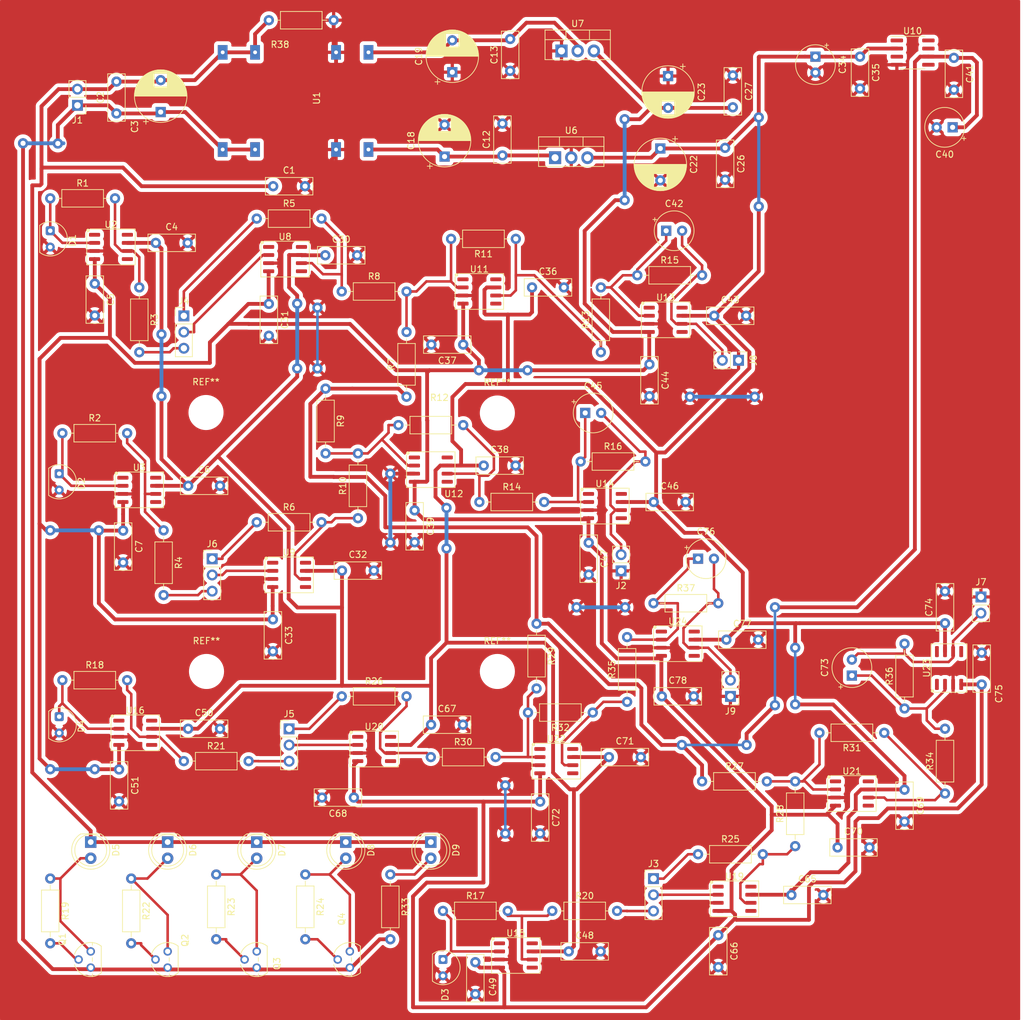
<source format=kicad_pcb>
(kicad_pcb (version 20211014) (generator pcbnew)
  (layers (0 "F.Cu" signal) (31 "B.Cu" signal) (34 "B.Paste" user) (35 "F.Paste" user) (36 "B.SilkS" user "B.Silkscreen") (37 "F.SilkS" user "F.Silkscreen") (38 "B.Mask" user) (39 "F.Mask" user) (44 "Edge.Cuts" user))
  (net 0 "")
  (net 1 "GND")
  (net 2 "+5V")
  (net 3 "+12V")
  (net 4 "-12V")
  (net 5 "+15V")
  (net 6 "-15V")
  (net 7 "+10V")
  (net 8 "Net-(C42-Pad1)")
  (net 9 "V2")
  (net 10 "Net-(C45-Pad1)")
  (net 11 "V4")
  (net 12 "Net-(C73-Pad1)")
  (net 13 "V1")
  (net 14 "Net-(C76-Pad1)")
  (net 15 "V3")
  (net 16 "Net-(D1-Pad1)")
  (net 17 "Net-(D2-Pad1)")
  (net 18 "Net-(D3-Pad1)")
  (net 19 "Net-(D4-Pad1)")
  (net 20 "Net-(D5-Pad2)")
  (net 21 "Net-(D6-Pad2)")
  (net 22 "Net-(D7-Pad2)")
  (net 23 "Net-(D8-Pad2)")
  (net 24 "Net-(D9-Pad2)")
  (net 25 "RL1")
  (net 26 "RW1")
  (net 27 "RH1")
  (net 28 "RL2")
  (net 29 "RW2")
  (net 30 "RH2")
  (net 31 "RL3")
  (net 32 "RW3")
  (net 33 "RH3")
  (net 34 "RL4")
  (net 35 "RW4")
  (net 36 "RH4")
  (net 37 "Net-(Q1-Pad2)")
  (net 38 "Net-(Q2-Pad2)")
  (net 39 "Net-(Q3-Pad2)")
  (net 40 "Net-(Q4-Pad2)")
  (net 41 "Net-(R1-Pad2)")
  (net 42 "Net-(R2-Pad2)")
  (net 43 "Net-(R5-Pad2)")
  (net 44 "Net-(R10-Pad1)")
  (net 45 "Net-(R11-Pad2)")
  (net 46 "Net-(R10-Pad2)")
  (net 47 "Net-(R11-Pad1)")
  (net 48 "Net-(R12-Pad1)")
  (net 49 "Net-(R17-Pad2)")
  (net 50 "Net-(R18-Pad2)")
  (net 51 "Net-(R25-Pad2)")
  (net 52 "Net-(R26-Pad2)")
  (net 53 "Net-(R27-Pad2)")
  (net 54 "Net-(R29-Pad2)")
  (net 55 "Net-(R31-Pad1)")
  (net 56 "Net-(R32-Pad1)")
  (net 57 "GND1")
  (footprint "Package_SO_AKL:SO-8_3.9x4.9mm_P1.27mm" (layer "F.Cu") (at 69.85 94.615)
    (fp_text reference "U8")
    (fp_text value "OPA602AU" hide)
  )
  (footprint "Resistor_THT:R_Axial_DIN0207_L6.3mm_D2.5mm_P10.16mm_Horizontal" (layer "F.Cu") (at 163.83 168.91 180)
    (fp_text reference "R31")
    (fp_text value "10k")
  )
  (footprint "" (layer "F.Cu") (at 40.005 174.625)
    (fp_text reference "")
    (fp_text value "")
  )
  (footprint "" (layer "F.Cu") (at 100.25085 112.0497)
    (fp_text reference "")
    (fp_text value "")
  )
  (footprint "Resistor_THT:R_Axial_DIN0207_L6.3mm_D2.5mm_P10.16mm_Horizontal" (layer "F.Cu") (at 76.2 114.935 -90)
    (fp_text reference "R9")
    (fp_text value "10k")
  )
  (footprint "Capacitor_THT:C_Rect_L7.2mm_W2.5mm_P5.00mm_FKS2_FKP2_MKS2_MKP2" (layer "F.Cu") (at 108.585 99.06)
    (fp_text reference "C36")
    (fp_text value "100n")
  )
  (footprint "Resistor_THT:R_Axial_DIN0207_L6.3mm_D2.5mm_P10.16mm_Horizontal" (layer "F.Cu") (at 34.925 160.655)
    (fp_text reference "R18")
    (fp_text value "10M")
  )
  (footprint "Package_SO_AKL:SO-8_3.9x4.9mm_P1.27mm" (layer "F.Cu") (at 106.045 203.835)
    (fp_text reference "U15")
    (fp_text value "OPA602AU" hide)
  )
  (footprint "LED_THT:LED_D5.0mm" (layer "F.Cu") (at 79.375 186.05 -90)
    (fp_text reference "D8")
    (fp_text value "LED")
  )
  (footprint "" (layer "F.Cu") (at 33.02 174.625)
    (fp_text reference "")
    (fp_text value "")
  )
  (footprint "OptoDevice:Osram_SFH205" (layer "F.Cu") (at 34.425 166.375 -90)
    (fp_text reference "D4")
    (fp_text value "D_Photo")
  )
  (footprint "Package_TO_SOT_THT:TO-220-3_Vertical" (layer "F.Cu") (at 112.19605 78.711751)
    (fp_text reference "U6")
    (fp_text value "L7812")
  )
  (footprint "Package_SO_AKL:SO-8_3.9x4.9mm_P1.27mm" (layer "F.Cu") (at 131.445 154.94)
    (fp_text reference "U24")
    (fp_text value "OPA602AU" hide)
  )
  (footprint "Capacitor_THT:C_Rect_L7.2mm_W2.5mm_P5.00mm_FKS2_FKP2_MKS2_MKP2" (layer "F.Cu") (at 40.005 98.465 -90)
    (fp_text reference "C5")
    (fp_text value "100n")
  )
  (footprint "Capacitor_THT:C_Rect_L7.2mm_W2.5mm_P5.00mm_FKS2_FKP2_MKS2_MKP2" (layer "F.Cu") (at 103.94105 78.361751 90)
    (fp_text reference "C12")
    (fp_text value "100n")
  )
  (footprint "Connector_PinHeader_2.54mm:PinHeader_1x02_P2.54mm_Vertical" (layer "F.Cu") (at 178.99085 147.6047)
    (fp_text reference "J7")
    (fp_text value "Conn_01x02_Male")
  )
  (footprint "Connector_PinHeader_2.54mm:PinHeader_1x03_P2.54mm_Vertical" (layer "F.Cu") (at 53.975 103.52)
    (fp_text reference "J4")
    (fp_text value "Conn_01x03_Male")
  )
  (footprint "" (layer "F.Cu") (at 71.755 101.6)
    (fp_text reference "")
    (fp_text value "")
  )
  (footprint "Resistor_THT:R_Axial_DIN0207_L6.3mm_D2.5mm_P10.16mm_Horizontal" (layer "F.Cu") (at 67.31 57.15)
    (fp_text reference "R38")
    (fp_text value "1M")
  )
  (footprint "" (layer "F.Cu") (at 144.145 72.39)
    (fp_text reference "")
    (fp_text value "")
  )
  (footprint "Resistor_THT:R_Axial_DIN0207_L6.3mm_D2.5mm_P10.16mm_Horizontal" (layer "F.Cu") (at 116.205 126.365)
    (fp_text reference "R16")
    (fp_text value "10k")
  )
  (footprint "" (layer "F.Cu") (at 104.394 177.165)
    (fp_text reference "")
    (fp_text value "")
  )
  (footprint "Resistor_THT:R_Axial_DIN0207_L6.3mm_D2.5mm_P10.16mm_Horizontal" (layer "F.Cu") (at 78.74 163.195)
    (fp_text reference "R26")
    (fp_text value "1k")
  )
  (footprint "" (layer "F.Cu") (at 86.36 139.065)
    (fp_text reference "")
    (fp_text value "")
  )
  (footprint "Resistor_THT:R_Axial_DIN0207_L6.3mm_D2.5mm_P10.16mm_Horizontal" (layer "F.Cu") (at 173.355 178.435 90)
    (fp_text reference "R34")
    (fp_text value "10k")
  )
  (footprint "Capacitor_THT:C_Rect_L7.2mm_W2.5mm_P5.00mm_FKS2_FKP2_MKS2_MKP2" (layer "F.Cu") (at 78.78 143.47)
    (fp_text reference "C32")
    (fp_text value "100n")
  )
  (footprint "Resistor_THT:R_Axial_DIN0207_L6.3mm_D2.5mm_P10.16mm_Horizontal" (layer "F.Cu") (at 123.4948 164.0586 90)
    (fp_text reference "R35")
    (fp_text value "10k")
  )
  (footprint "" (layer "F.Cu") (at 34.21085 76.4897)
    (fp_text reference "")
    (fp_text value "")
  )
  (footprint "Capacitor_THT:C_Rect_L7.2mm_W2.5mm_P5.00mm_FKS2_FKP2_MKS2_MKP2" (layer "F.Cu") (at 92.75 167.64)
    (fp_text reference "C67")
    (fp_text value "100n")
  )
  (footprint "Capacitor_THT:CP_Radial_D8.0mm_P5.00mm" (layer "F.Cu") (at 50.33985 71.551751 90)
    (fp_text reference "C3")
    (fp_text value "100u")
  )
  (footprint "Capacitor_THT:C_Rect_L7.2mm_W2.5mm_P5.00mm_FKS2_FKP2_MKS2_MKP2" (layer "F.Cu") (at 174.752 63.0574 -90)
    (fp_text reference "C41")
    (fp_text value "100n")
  )
  (footprint "" (layer "F.Cu") (at 95.17085 133.6397)
    (fp_text reference "")
    (fp_text value "")
  )
  (footprint "MountingHole:MountingHole_4.3mm_M4_ISO7380" (layer "F.Cu") (at 103.14645 159.2937)
    (fp_text reference "REF**")
    (fp_text value "MountingHole_4.3mm_M4_ISO7380")
  )
  (footprint "Resistor_THT:R_Axial_DIN0207_L6.3mm_D2.5mm_P10.16mm_Horizontal" (layer "F.Cu") (at 149.86 186.69 90)
    (fp_text reference "R28")
    (fp_text value "10k")
  )
  (footprint "Resistor_THT:R_Axial_DIN0207_L6.3mm_D2.5mm_P10.16mm_Horizontal" (layer "F.Cu") (at 78.74 99.695)
    (fp_text reference "R8")
    (fp_text value "10k")
  )
  (footprint "J111:TO92" (layer "F.Cu") (at 38.1 204.47 90)
    (fp_text reference "Q1")
    (fp_text value "J111")
  )
  (footprint "Capacitor_THT:C_Rect_L7.2mm_W2.5mm_P5.00mm_FKS2_FKP2_MKS2_MKP2" (layer "F.Cu") (at 49.57 92.075)
    (fp_text reference "C4")
    (fp_text value "100n")
  )
  (footprint "Resistor_THT:R_Axial_DIN0207_L6.3mm_D2.5mm_P10.16mm_Horizontal" (layer "F.Cu") (at 127.635 148.59)
    (fp_text reference "R37")
    (fp_text value "R")
  )
  (footprint "" (layer "F.Cu") (at 50.46685 106.4109)
    (fp_text reference "")
    (fp_text value "")
  )
  (footprint "Capacitor_THT:CP_Radial_Tantal_D6.0mm_P2.50mm" (layer "F.Cu") (at 174.54585 73.9497 180)
    (fp_text reference "C40")
    (fp_text value "10u")
  )
  (footprint "" (layer "F.Cu") (at 86.36 128.27)
    (fp_text reference "")
    (fp_text value "")
  )
  (footprint "Resistor_THT:R_Axial_DIN0207_L6.3mm_D2.5mm_P10.16mm_Horizontal" (layer "F.Cu") (at 45.72 191.77 -90)
    (fp_text reference "R22")
    (fp_text value "50")
  )
  (footprint "MountingHole:MountingHole_4.3mm_M4_ISO7380" (layer "F.Cu") (at 57.52805 159.2937)
    (fp_text reference "REF**")
    (fp_text value "MountingHole_4.3mm_M4_ISO7380")
  )
  (footprint "MountingHole:MountingHole_4.3mm_M4_ISO7380" (layer "F.Cu") (at 103.14645 118.7553)
    (fp_text reference "REF**")
    (fp_text value "MountingHole_4.3mm_M4_ISO7380")
  )
  (footprint "Package_SO:SOIC-8_3.9x4.9mm_P1.27mm" (layer "F.Cu") (at 168.275 62.23)
    (fp_text reference "U10")
    (fp_text value "ADR01")
  )
  (footprint "Capacitor_THT:CP_Radial_D8.0mm_P5.00mm" (layer "F.Cu") (at 96.07805 65.3009 90)
    (fp_text reference "C19")
    (fp_text value "100u")
  )
  (footprint "Resistor_THT:R_Axial_DIN0207_L6.3mm_D2.5mm_P10.16mm_Horizontal" (layer "F.Cu") (at 94.615 196.85)
    (fp_text reference "R17")
    (fp_text value "10M")
  )
  (footprint "Capacitor_THT:CP_Radial_Tantal_D6.0mm_P2.50mm" (layer "F.Cu") (at 129.6224 90.17)
    (fp_text reference "C42")
    (fp_text value "15u")
  )
  (footprint "Package_SO_AKL:SO-8_3.9x4.9mm_P1.27mm" (layer "F.Cu") (at 92.71 127.635)
    (fp_text reference "U12")
    (fp_text value "OPA602AU" hide)
  )
  (footprint "Capacitor_THT:C_Rect_L7.2mm_W2.5mm_P5.00mm_FKS2_FKP2_MKS2_MKP2" (layer "F.Cu") (at 120.65 172.72)
    (fp_text reference "C71")
    (fp_text value "100n")
  )
  (footprint "Capacitor_THT:C_Rect_L7.2mm_W2.5mm_P5.00mm_FKS2_FKP2_MKS2_MKP2" (layer "F.Cu") (at 76.16085 94.0157)
    (fp_text reference "C30")
    (fp_text value "100n")
  )
  (footprint "Capacitor_THT:C_Rect_L7.2mm_W2.5mm_P5.00mm_FKS2_FKP2_MKS2_MKP2" (layer "F.Cu") (at 173.355 151.725 90)
    (fp_text reference "C74")
    (fp_text value "100n")
  )
  (footprint "Resistor_THT:R_Axial_DIN0207_L6.3mm_D2.5mm_P10.16mm_Horizontal" (layer "F.Cu") (at 88.9 116.205 90)
    (fp_text reference "R7")
    (fp_text value "10k")
  )
  (footprint "" (layer "F.Cu") (at 71.755 111.76)
    (fp_text reference "")
    (fp_text value "")
  )
  (footprint "Resistor_THT:R_Axial_DIN0207_L6.3mm_D2.5mm_P10.16mm_Horizontal" (layer "F.Cu") (at 109.29325 151.8007 -90)
    (fp_text reference "R29")
    (fp_text value "10k")
  )
  (footprint "Capacitor_THT:C_Rect_L7.2mm_W2.5mm_P5.00mm_FKS2_FKP2_MKS2_MKP2" (layer "F.Cu") (at 80.645 179.07 180)
    (fp_text reference "C68")
    (fp_text value "100n")
  )
  (footprint "Resistor_THT:R_Axial_DIN0207_L6.3mm_D2.5mm_P10.16mm_Horizontal" (layer "F.Cu") (at 111.76 196.85)
    (fp_text reference "R20")
    (fp_text value "1k")
  )
  (footprint "Connector_PinHeader_2.54mm:PinHeader_1x03_P2.54mm_Vertical" (layer "F.Cu") (at 58.42 141.62)
    (fp_text reference "J6")
    (fp_text value "Conn_01x03_Male")
  )
  (footprint "" (layer "F.Cu") (at 74.93 102.235)
    (fp_text reference "")
    (fp_text value "")
  )
  (footprint "Connector_PinHeader_2.54mm:PinHeader_1x03_P2.54mm_Vertical" (layer "F.Cu") (at 127.635 191.785)
    (fp_text reference "J3")
    (fp_text value "Conn_01x03_Male")
  )
  (footprint "Capacitor_THT:C_Rect_L7.2mm_W2.5mm_P5.00mm_FKS2_FKP2_MKS2_MKP2" (layer "F.Cu") (at 97.79 108.0262 180)
    (fp_text reference "C37")
    (fp_text value "100n")
  )
  (footprint "Package_SO_AKL:SO-8_3.9x4.9mm_P1.27mm" (layer "F.Cu") (at 173.99 158.75 90)
    (fp_text reference "U23")
    (fp_text value "OPA602AU" hide)
  )
  (footprint "" (layer "F.Cu") (at 144.145 86.36)
    (fp_text reference "")
    (fp_text value "")
  )
  (footprint "J111:TO92" (layer "F.Cu") (at 64.135 204.47 90)
    (fp_text reference "Q3")
    (fp_text value "J111")
  )
  (footprint "Resistor_THT:R_Axial_DIN0207_L6.3mm_D2.5mm_P10.16mm_Horizontal" (layer "F.Cu") (at 125.095 97.155)
    (fp_text reference "R15")
    (fp_text value "10k")
  )
  (footprint "Package_TO_SOT_THT:TO-220-3_Vertical" (layer "F.Cu") (at 113.20485 61.9661)
    (fp_text reference "U7")
    (fp_text value "L7912")
  )
  (footprint "Resistor_THT:R_Axial_DIN0207_L6.3mm_D2.5mm_P10.16mm_Horizontal" (layer "F.Cu") (at 81.28 135.255 90)
    (fp_text reference "R10")
    (fp_text value "10k")
  )
  (footprint "Capacitor_THT:CP_Radial_D8.0mm_P5.00mm" (layer "F.Cu") (at 129.91805 65.9082 -90)
    (fp_text reference "C23")
    (fp_text value "100u")
  )
  (footprint "" (layer "F.Cu") (at 149.86 164.465)
    (fp_text reference "")
    (fp_text value "")
  )
  (footprint "" (layer "F.Cu") (at 146.685 149.225)
    (fp_text reference "")
    (fp_text value "")
  )
  (footprint "" (layer "F.Cu") (at 50.46685 116.1137)
    (fp_text reference "")
    (fp_text value "")
  )
  (footprint "Package_SO_AKL:SO-8_3.9x4.9mm_P1.27mm" (layer "F.Cu") (at 112.395 173.355)
    (fp_text reference "U22")
    (fp_text value "OPA602AU" hide)
  )
  (footprint "Package_SO_AKL:SO-8_3.9x4.9mm_P1.27mm" (layer "F.Cu") (at 46.99 130.81)
    (fp_text reference "U3")
    (fp_text value "OPA602AU" hide)
  )
  (footprint "Capacitor_THT:C_Rect_L7.2mm_W2.5mm_P5.00mm_FKS2_FKP2_MKS2_MKP2" (layer "F.Cu") (at 54.65 130.175)
    (fp_text reference "C6")
    (fp_text value "100n")
  )
  (footprint "" (layer "F.Cu") (at 33.02 137.16)
    (fp_text reference "")
    (fp_text value "")
  )
  (footprint "Resistor_THT:R_Axial_DIN0207_L6.3mm_D2.5mm_P10.16mm_Horizontal" (layer "F.Cu") (at 118.11 165.735 180)
    (fp_text reference "R32")
    (fp_text value "10k")
  )
  (footprint "Capacitor_THT:C_Rect_L7.2mm_W2.5mm_P5.00mm_FKS2_FKP2_MKS2_MKP2" (layer "F.Cu") (at 128.945 163.195)
    (fp_text reference "C78")
    (fp_text value "100n")
  )
  (footprint "" (layer "F.Cu") (at 115.57 149.225)
    (fp_text reference "")
    (fp_text value "")
  )
  (footprint "Resistor_THT:R_Axial_DIN0207_L6.3mm_D2.5mm_P10.16mm_Horizontal" (layer "F.Cu") (at 50.8 137.16 -90)
    (fp_text reference "R4")
    (fp_text value "1k")
  )
  (footprint "Capacitor_THT:C_Rect_L7.2mm_W2.5mm_P5.00mm_FKS2_FKP2_MKS2_MKP2" (layer "F.Cu") (at 137.795 200.66 -90)
    (fp_text reference "C66")
    (fp_text value "100n")
  )
  (footprint "Resistor_THT:R_Axial_DIN0207_L6.3mm_D2.5mm_P10.16mm_Horizontal" (layer "F.Cu") (at 106.045 91.44 180)
    (fp_text reference "R11")
    (fp_text value "10k")
  )
  (footprint "Capacitor_THT:CP_Radial_D8.0mm_P5.00mm" (layer "F.Cu") (at 94.86605 78.536751 90)
    (fp_text reference "C18")
    (fp_text value "100u")
  )
  (footprint "" (layer "F.Cu") (at 123.11085 85.3797)
    (fp_text reference "")
    (fp_text value "")
  )
  (footprint "Capacitor_THT:C_Rect_L7.2mm_W2.5mm_P5.00mm_FKS2_FKP2_MKS2_MKP2" (layer "F.Cu") (at 54.65 168.275)
    (fp_text reference "C50")
    (fp_text value "100n")
  )
  (footprint "LED_THT:LED_D5.0mm" (layer "F.Cu") (at 92.71 186.05 -90)
    (fp_text reference "D9")
    (fp_text value "LED")
  )
  (footprint "Capacitor_THT:C_Rect_L7.2mm_W2.5mm_P5.00mm_FKS2_FKP2_MKS2_MKP2" (layer "F.Cu") (at 156.504 186.8932)
    (fp_text reference "C70")
    (fp_text value "100n")
  )
  (footprint "Capacitor_THT:CP_Radial_Tantal_D6.0mm_P2.50mm" (layer "F.Cu") (at 116.9224 118.745)
    (fp_text reference "C45")
    (fp_text value "15u")
  )
  (footprint "Capacitor_THT:C_Rect_L7.2mm_W2.5mm_P5.00mm_FKS2_FKP2_MKS2_MKP2" (layer "F.Cu") (at 127.675 132.715)
    (fp_text reference "C46")
    (fp_text value "100n")
  )
  (footprint "Package_SO_AKL:SO-8_3.9x4.9mm_P1.27mm" (layer "F.Cu") (at 140.335 194.945)
    (fp_text reference "U19")
    (fp_text value "OPA602AU" hide)
  )
  (footprint "Capacitor_THT:C_Rect_L7.2mm_W2.5mm_P5.00mm_FKS2_FKP2_MKS2_MKP2" (layer "F.Cu") (at 167.005 177.84 -90)
    (fp_text reference "C69")
    (fp_text value "100n")
  )
  (footprint "Capacitor_THT:C_Rect_L7.2mm_W2.5mm_P5.00mm_FKS2_FKP2_MKS2_MKP2" (layer "F.Cu") (at 99.695 204.891 -90)
    (fp_text reference "C49")
    (fp_text value "100n")
  )
  (footprint "Connector_PinHeader_2.54mm:PinHeader_1x03_P2.54mm_Vertical" (layer "F.Cu") (at 70.485 168.29)
    (fp_text reference "J5")
    (fp_text value "Conn_01x03_Male")
  )
  (footprint "Capacitor_THT:C_Rect_L7.2mm_W2.5mm_P5.00mm_FKS2_FKP2_MKS2_MKP2" (layer "F.Cu") (at 137.16 103.505)
    (fp_text reference "C43")
    (fp_text value "100n")
  )
  (footprint "Package_SO_AKL:SO-8_3.9x4.9mm_P1.27mm" (layer "F.Cu") (at 100.33 99.695)
    (fp_text reference "U11")
    (fp_text value "OPA602AU" hide)
  )
  (footprint "Capacitor_THT:C_Rect_L7.2mm_W2.5mm_P5.00mm_FKS2_FKP2_MKS2_MKP2" (layer "F.Cu") (at 117.475 139.105 -90)
    (fp_text reference "C47")
    (fp_text value "100n")
  )
  (footprint "Capacitor_THT:C_Rect_L7.2mm_W2.5mm_P5.00mm_FKS2_FKP2_MKS2_MKP2" (layer "F.Cu") (at 109.855 179.705 -90)
    (fp_text reference "C72")
    (fp_text value "100n")
  )
  (footprint "Resistor_THT:R_Axial_DIN0207_L6.3mm_D2.5mm_P10.16mm_Horizontal" (layer "F.Cu") (at 97.79 120.65 180)
    (fp_text reference "R12")
    (fp_text value "10k")
  )
  (footprint "" (layer "F.Cu") (at 95.17085 139.9897)
    (fp_text reference "")
    (fp_text value "")
  )
  (footprint "Capacitor_THT:C_Rect_L7.2mm_W2.5mm_P5.00mm_FKS2_FKP2_MKS2_MKP2" (layer "F.Cu") (at 139.065 154.305)
    (fp_text reference "C77")
    (fp_text value "100n")
  )
  (footprint "Capacitor_THT:C_Rect_L7.2mm_W2.5mm_P5.00mm_FKS2_FKP2_MKS2_MKP2" (layer "F.Cu") (at 179.11 161.3408 90)
    (fp_text reference "C75")
    (fp_text value "100n")
  )
  (footprint "Resistor_THT:R_Axial_DIN0207_L6.3mm_D2.5mm_P10.16mm_Horizontal" (layer "F.Cu") (at 65.405 88.265)
    (fp_text reference "R5")
    (fp_text value "1k")
  )
  (footprint "Capacitor_THT:C_Rect_L7.2mm_W2.5mm_P5.00mm_FKS2_FKP2_MKS2_MKP2" (layer "F.Cu") (at 105.15305 65.0959 90)
    (fp_text reference "C13")
    (fp_text value "100n")
  )
  (footprint "Capacitor_THT:CP_Radial_D8.0mm_P5.00mm" (layer "F.Cu") (at 128.70605 77.269051 -90)
    (fp_text reference "C22")
    (fp_text value "100u")
  )
  (footprint "" (layer "F.Cu") (at 142.24 170.815)
    (fp_text reference "")
    (fp_text value "")
  )
  (footprint "J111:TO92" (layer "F.Cu") (at 50.165 204.47 90)
    (fp_text reference "Q2")
    (fp_text value "J111")
  )
  (footprint "Resistor_THT:R_Axial_DIN0207_L6.3mm_D2.5mm_P10.16mm_Horizontal" (layer "F.Cu") (at 46.99 99.06 -90)
    (fp_text reference "R3")
    (fp_text value "1k")
  )
  (footprint "Package_SO_AKL:SO-8_3.9x4.9mm_P1.27mm" (layer "F.Cu") (at 70.485 144.145)
    (fp_text reference "U9")
    (fp_text value "OPA602AU" hide)
  )
  (footprint "Capacitor_THT:C_Rect_L7.2mm_W2.5mm_P5.00mm_FKS2_FKP2_MKS2_MKP2" (layer "F.Cu") (at 43.40565 71.7761 90)
    (fp_text reference "C2")
    (fp_text value "100n")
  )
  (footprint "" (layer "F.Cu") (at 74.93 111.76)
    (fp_text reference "")
    (fp_text value "")
  )
  (footprint "Package_SO_AKL:SO-8_3.9x4.9mm_P1.27mm" (layer "F.Cu") (at 120.015 133.35)
    (fp_text reference "U14")
    (fp_text value "OPA602AU" hide)
  )
  (footprint "" (layer "F.Cu") (at 132.08 170.815)
    (fp_text reference "")
    (fp_text value "")
  )
  (footprint "Capacitor_THT:C_Rect_L7.2mm_W2.5mm_P5.00mm_FKS2_FKP2_MKS2_MKP2" (layer "F.Cu") (at 127 111.125 -90)
    (fp_text reference "C44")
    (fp_text value "100n")
  )
  (footprint "LED_THT:LED_D5.0mm" (layer "F.Cu") (at 39.37 186.05 -90)
    (fp_text reference "D5")
    (fp_text value "LED")
  )
  (footprint "" (layer "F.Cu") (at 107.87085 112.0497)
    (fp_text reference "")
    (fp_text value "")
  )
  (footprint "Resistor_THT:R_Axial_DIN0207_L6.3mm_D2.5mm_P10.16mm_Horizontal" (layer "F.Cu") (at 33.02 85.09)
    (fp_text reference "R1")
    (fp_text value "10M")
  )
  (footprint "Capacitor_THT:C_Rect_L7.2mm_W2.5mm_P5.00mm_FKS2_FKP2_MKS2_MKP2" (layer "F.Cu") (at 149.265 194.35)
    (fp_text reference "C65")
    (fp_text value "100n")
  )
  (footprint "Resistor_THT:R_Axial_DIN0207_L6.3mm_D2.5mm_P10.16mm_Horizontal" (layer "F.Cu") (at 92.71 172.72)
    (fp_text reference "R30")
    (fp_text value "10k")
  )
  (footprint "Resistor_THT:R_Axial_DIN0207_L6.3mm_D2.5mm_P10.16mm_Horizontal" (layer "F.Cu") (at 34.925 121.92)
    (fp_text reference "R2")
    (fp_text value "10M")
  )
  (footprint "Capacitor_THT:CP_Radial_Tantal_D6.0mm_P2.50mm" (layer "F.Cu") (at 158.75 159.9376 90)
    (fp_text reference "C73")
    (fp_text value "15u")
  )
  (footprint "Capacitor_THT:C_Rect_L7.2mm_W2.5mm_P5.00mm_FKS2_FKP2_MKS2_MKP2" (layer "F.Cu") (at 101.005 127)
    (fp_text reference "C38")
    (fp_text value "100n")
  )
  (footprint "Resistor_THT:R_Axial_DIN0207_L6.3mm_D2.5mm_P10.16mm_Horizontal" (layer "F.Cu") (at 65.405 135.89)
    (fp_text reference "R6")
    (fp_text value "1k")
  )
  (footprint "Capacitor_THT:C_Rect_L7.2mm_W2.5mm_P5.00mm_FKS2_FKP2_MKS2_MKP2" (layer "F.Cu") (at 90.17 134.025 -90)
    (fp_text reference "C39")
    (fp_text value "100n")
  )
  (footprint "Capacitor_THT:C_Rect_L7.2mm_W2.5mm_P5.00mm_FKS2_FKP2_MKS2_MKP2" (layer "F.Cu") (at 138.86605 77.171751 -90)
    (fp_text reference "C26")
    (fp_text value "100n")
  )
  (footprint "MountingHole:MountingHole_4.3mm_M4_ISO7380" (layer "F.Cu") (at 57.45185 118.6791)
    (fp_text reference "REF**")
    (fp_text value "MountingHole_4.3mm_M4_ISO7380")
  )
  (footprint "Capacitor_THT:C_Rect_L7.2mm_W2.5mm_P5.00mm_FKS2_FKP2_MKS2_MKP2" (layer "F.Cu") (at 44.45 137.2 -90)
    (fp_text reference "C7")
    (fp_text value "100n")
  )
  (footprint "LED_THT:LED_D5.0mm" (layer "F.Cu") (at 65.405 186.055 -90)
    (fp_text reference "D7")
    (fp_text value "LED")
  )
  (footprint "" (layer "F.Cu") (at 28.7528 76.451375)
    (fp_text reference "")
    (fp_text value "")
  )
  (footprint "LED_THT:LED_D5.0mm" (layer "F.Cu") (at 51.435 186.05 -90)
    (fp_text reference "D6")
    (fp_text value "LED")
  )
  (footprint "Capacitor_THT:CP_Radial_Tantal_D6.0mm_P2.50mm" (layer "F.Cu") (at 153.035 62.865 -90)
    (fp_text reference "C34")
    (fp_text value "10u")
  )
  (footprint "Package_SO_AKL:SO-8_3.9x4.9mm_P1.27mm" (layer "F.Cu") (at 129.54 104.14)
    (fp_text reference "U13")
    (fp_text value "OPA602AU" hide)
  )
  (footprint "Connector_PinHeader_2.54mm:PinHeader_1x02_P2.54mm_Vertical" (layer "F.Cu") (at 37.28425 70.5003 180)
    (fp_text reference "J1")
    (fp_text value "Conn_01x02_Male")
  )
  (footprint "Resistor_THT:R_Axial_DIN0207_L6.3mm_D2.5mm_P10.16mm_Horizontal" (layer "F.Cu") (at 119.38 109.22 90)
    (fp_text reference "R13")
    (fp_text value "10k")
  )
  (footprint "Package_SO_AKL:SO-8_3.9x4.9mm_P1.27mm" (layer "F.Cu") (at 46.355 168.91)
    (fp_text reference "U16")
    (fp_text value "OPA602AU" hide)
  )
  (footprint "Connector_PinHeader_2.54mm:PinHeader_1x02_P2.54mm_Vertical" (layer "F.Cu") (at 140.975 110.49 -90)
    (fp_text reference "J8")
    (fp_text value "Conn_01x02_Male")
  )
  (footprint "OptoDevice:Osram_SFH205" (layer "F.Cu") (at 94.615 204.47 -90)
    (fp_text reference "D3")
    (fp_text value "D_Photo")
  )
  (footprint "Resistor_THT:R_Axial_DIN0207_L6.3mm_D2.5mm_P10.16mm_Horizontal" (layer "F.Cu") (at 33.02 191.77 -90)
    (fp_text reference "R19")
    (fp_text value "50")
  )
  (footprint "Resistor_THT:R_Axial_DIN0207_L6.3mm_D2.5mm_P10.16mm_Horizontal" (layer "F.Cu") (at 100.33 132.715)
    (fp_text reference "R14")
    (fp_text value "10k")
  )
  (footprint "OptoDevice:Osram_SFH205" (layer "F.Cu") (at 34.425 128.275 -90)
    (fp_text reference "D2")
    (fp_text value "D_Photo")
  )
  (footprint "Resistor_THT:R_Axial_DIN0207_L6.3mm_D2.5mm_P10.16mm_Horizontal" (layer "F.Cu") (at 135.255 176.53)
    (fp_text reference "R27")
    (fp_text value "10k")
  )
  (footprint "Connector_PinHeader_2.54mm:PinHeader_1x02_P2.54mm_Vertical" (layer "F.Cu") (at 122.555 143.515 180)
    (fp_text reference "J2")
    (fp_text value "Conn_01x02_Male")
  )
  (footprint "Resistor_THT:R_Axial_DIN0207_L6.3mm_D2.5mm_P10.16mm_Horizontal" (layer "F.Cu") (at 53.975 173.355)
    (fp_text reference "R21")
    (fp_text value "1k")
  )
  (footprint "Resistor_THT:R_Axial_DIN0207_L6.3mm_D2.5mm_P10.16mm_Horizontal" (layer "F.Cu") (at 73.025 191.135 -90)
    (fp_text reference "R24")
    (fp_text value "50")
  )
  (footprint "" (layer "F.Cu") (at 123.11085 72.6797)
    (fp_text reference "")
    (fp_text value "")
  )
  (footprint "Resistor_THT:R_Axial_DIN0207_L6.3mm_D2.5mm_P10.16mm_Horizontal" (layer "F.Cu") (at 134.62 187.96)
    (fp_text reference "R25")
    (fp_text value "1k")
  )
  (footprint "" (layer "F.Cu") (at 143.51 116.205)
    (fp_text reference "")
    (fp_text value "")
  )
  (footprint "J111:TO92" (layer "F.Cu") (at 78.74 204.47 90)
    (fp_text reference "Q4")
    (fp_text value "J111")
  )
  (footprint "OptoDevice:Osram_SFH205" (layer "F.Cu") (at 33.02 90.17 -90)
    (fp_text reference "D1")
    (fp_text value "D_Photo")
  )
  (footprint "" (layer "F.Cu") (at 133.35 116.205)
    (fp_text reference "")
    (fp_text value "")
  )
  (footprint "" (layer "F.Cu") (at 40.64 137.16)
    (fp_text reference "")
    (fp_text value "")
  )
  (footprint "traco:TEN5-0523" (layer "F.Cu") (at 88.00805 79.9695 90)
    (fp_text reference "U1")
    (fp_text value "TEN5-0523")
  )
  (footprint "" (layer "F.Cu") (at 123.19 149.225)
    (fp_text reference "")
    (fp_text value "")
  )
  (footprint "Capacitor_THT:CP_Radial_Tantal_D6.0mm_P2.50mm" (layer "F.Cu") (at 134.62 141.605)
    (fp_text reference "C76")
    (fp_text value "15u")
  )
  (footprint "" (layer "F.Cu") (at 149.86 155.575)
    (fp_text reference "")
    (fp_text value "")
  )
  (footprint "Package_SO_AKL:SO-8_3.9x4.9mm_P1.27mm" (layer "F.Cu") (at 42.545 92.71)
    (fp_text reference "U2")
    (fp_text value "OPA602AU" hide)
  )
  (footprint "Connector_PinHeader_2.54mm:PinHeader_1x02_P2.54mm_Vertical" (layer "F.Cu") (at 139.7 163.2 180)
    (fp_text reference "J9")
    (fp_text value "Conn_01x02_Male")
  )
  (footprint "Resistor_THT:R_Axial_DIN0207_L6.3mm_D2.5mm_P10.16mm_Horizontal" (layer "F.Cu") (at 167.005 165.1 90)
    (fp_text reference "R36")
    (fp_text value "10k")
  )
  (footprint "Capacitor_THT:C_Rect_L7.2mm_W2.5mm_P5.00mm_FKS2_FKP2_MKS2_MKP2" (layer "F.Cu") (at 160.02 62.865 -90)
    (fp_text reference "C35")
    (fp_text value "100n")
  )
  (footprint "Capacitor_THT:C_Rect_L7.2mm_W2.5mm_P5.00mm_FKS2_FKP2_MKS2_MKP2" (layer "F.Cu") (at 114.34 203.2)
    (fp_text reference "C48")
    (fp_text value "100n")
  )
  (footprint "Capacitor_THT:C_Rect_L7.2mm_W2.5mm_P5.00mm_FKS2_FKP2_MKS2_MKP2" (layer "F.Cu") (at 43.815 174.665 -90)
    (fp_text reference "C51")
    (fp_text value "100n")
  )
  (footprint "Capacitor_THT:C_Rect_L7.2mm_W2.5mm_P5.00mm_FKS2_FKP2_MKS2_MKP2" (layer "F.Cu") (at 140.07805 65.8109 -90)
    (fp_text reference "C27")
    (fp_text value "100n")
  )
  (footprint "Capacitor_THT:C_Rect_L7.2mm_W2.5mm_P5.00mm_FKS2_FKP2_MKS2_MKP2" (layer "F.Cu") (at 67.31 101.64 -90)
    (fp_text reference "C31")
    (fp_text value "100n")
  )
  (footprint "Resistor_THT:R_Axial_DIN0207_L6.3mm_D2.5mm_P10.16mm_Horizontal" (layer "F.Cu") (at 59.055 191.135 -90)
    (fp_text reference "R23")
    (fp_text value "50")
  )
  (footprint "Capacitor_THT:C_Rect_L7.2mm_W2.5mm_P5.00mm_FKS2_FKP2_MKS2_MKP2" (layer "F.Cu") (at 67.945 151.13 -90)
    (fp_text reference "C33")
    (fp_text value "100n")
  )
  (footprint "Package_SO_AKL:SO-8_3.9x4.9mm_P1.27mm" (layer "F.Cu") (at 83.82 171.45)
    (fp_text reference "U20")
    (fp_text value "OPA602AU" hide)
  )
  (footprint "Capacitor_THT:C_Rect_L7.2mm_W2.5mm_P5.00mm_FKS2_FKP2_MKS2_MKP2" (layer "F.Cu") (at 67.985 83.185)
    (fp_text reference "C1")
    (fp_text value "100n")
  )
  (footprint "" (layer "F.Cu") (at 104.394 184.7088)
    (fp_text reference "")
    (fp_text value "")
  )
  (footprint "Package_SO_AKL:SO-8_3.9x4.9mm_P1.27mm" (layer "F.Cu") (at 158.75 178.435)
    (fp_text reference "U21")
    (fp_text value "OPA602AU" hide)
  )
  (footprint "" (layer "F.Cu") (at 146.685 164.592)
    (fp_text reference "")
    (fp_text value "")
  )
  (footprint "Resistor_THT:R_Axial_DIN0207_L6.3mm_D2.5mm_P10.16mm_Horizontal" (layer "F.Cu") (at 86.36 191.135 -90)
    (fp_text reference "R33")
    (fp_text value "1,6k")
  )
  (segment (start 77.84805 77.4295) (end 77.84805 62.1895) (width 0.6) (layer "F.Cu") (net 1))
  (segment (start 77.47 57.15) (end 77.47 61.81145) (width 0.6) (layer "F.Cu") (net 1))
  (segment (start 77.47 61.81145) (end 77.84805 62.1895) (width 0.6) (layer "F.Cu") (net 1))
  (segment (start 72.985 83.185) (end 77.84805 78.32195) (width 0.6) (layer "F.Cu") (net 1))
  (segment (start 86.36 128.27) (end 90.135 128.27) (width 0.6) (layer "F.Cu") (net 1))
  (segment (start 77.84805 78.32195) (end 77.84805 77.4295) (width 0.6) (layer "F.Cu") (net 1))
  (segment (start 115.57 149.225) (end 123.19 149.225) (width 0.6) (layer "B.Cu") (net 1))
  (segment (start 86.36 128.27) (end 86.36 139.065) (width 0.6) (layer "B.Cu") (net 1))
  (segment (start 133.35 116.205) (end 143.51 116.205) (width 0.6) (layer "B.Cu") (net 1))
  (segment (start 74.93 111.76) (end 74.93 102.235) (width 0.4) (layer "B.Cu") (net 1))
  (segment (start 104.394 184.7088) (end 104.394 177.165) (width 0.4) (layer "B.Cu") (net 1))
  (segment (start 84.7099 201.295) (end 80.2649 205.74) (width 0.6) (layer "F.Cu") (net 2))
  (segment (start 39.37 205.74) (end 39.1294 205.9806) (width 0.6) (layer "F.Cu") (net 2))
  (segment (start 42.12985 70.5003) (end 43.40565 71.7761) (width 0.6) (layer "F.Cu") (net 2))
  (segment (start 65.6993 206.0343) (end 65.405 205.74) (width 0.6) (layer "F.Cu") (net 2))
  (segment (start 66.0672 206.0343) (end 51.435 206.0343) (width 0.6) (layer "F.Cu") (net 2))
  (segment (start 50.33985 71.551751) (end 54.190301 71.551751) (width 0.6) (layer "F.Cu") (net 2))
  (segment (start 34.21085 73.5737) (end 37.28425 70.5003) (width 0.6) (layer "F.Cu") (net 2))
  (segment (start 86.36 201.295) (end 84.7099 201.295) (width 0.6) (layer "F.Cu") (net 2))
  (segment (start 60.06805 77.4295) (end 65.14805 77.4295) (width 0.6) (layer "F.Cu") (net 2))
  (segment (start 39.6643 206.0343) (end 39.37 205.74) (width 0.6) (layer "F.Cu") (net 2))
  (segment (start 79.7157 206.0343) (end 66.0672 206.0343) (width 0.6) (layer "F.Cu") (net 2))
  (segment (start 51.435 205.74) (end 51.435 206.0343) (width 0.6) (layer "F.Cu") (net 2))
  (segment (start 34.21085 76.4897) (end 34.21085 73.5737) (width 0.6) (layer "F.Cu") (net 2))
  (segment (start 28.7528 201.3204) (end 28.7528 76.451375) (width 0.6) (layer "F.Cu") (net 2))
  (segment (start 33.413 205.9806) (end 28.7528 201.3204) (width 0.6) (layer "F.Cu") (net 2))
  (segment (start 80.2649 205.74) (end 80.01 205.74) (width 0.6) (layer "F.Cu") (net 2))
  (segment (start 51.435 206.0343) (end 39.6643 206.0343) (width 0.6) (layer "F.Cu") (net 2))
  (segment (start 39.1294 205.9806) (end 33.413 205.9806) (width 0.6) (layer "F.Cu") (net 2))
  (segment (start 80.01 205.74) (end 79.7157 206.0343) (width 0.6) (layer "F.Cu") (net 2))
  (segment (start 50.115501 71.7761) (end 50.33985 71.551751) (width 0.6) (layer "F.Cu") (net 2))
  (segment (start 37.28425 70.5003) (end 42.12985 70.5003) (width 0.6) (layer "F.Cu") (net 2))
  (segment (start 43.40565 71.7761) (end 50.115501 71.7761) (width 0.6) (layer "F.Cu") (net 2))
  (segment (start 66.0672 206.0343) (end 65.6993 206.0343) (width 0.6) (layer "F.Cu") (net 2))
  (segment (start 54.190301 71.551751) (end 60.06805 77.4295) (width 0.6) (layer "F.Cu") (net 2))
  (segment (start 35.1028 76.451375) (end 28.7528 76.451375) (width 0.6) (layer "B.Cu") (net 2))
  (segment (start 142.91 194.31) (end 149.225 194.31) (width 0.6) (layer "F.Cu") (net 3))
  (segment (start 78.78 161.535) (end 78.78 149.265) (width 0.6) (layer "F.Cu") (net 3))
  (segment (start 144.2169 62.865) (end 151.3849 62.865) (width 0.6) (layer "F.Cu") (net 3))
  (segment (start 150.5566 151.725) (end 149.9762 151.725) (width 0.6) (layer "F.Cu") (net 3))
  (segment (start 158.2088 189.2632) (end 158.2088 182.1512) (width 0.6) (layer "F.Cu") (net 3))
  (segment (start 155.8036 164.465) (end 149.86 164.465) (width 0.6) (layer "F.Cu") (net 3))
  (segment (start 78.78 149.265) (end 71.795 149.265) (width 0.6) (layer "F.Cu") (net 3))
  (segment (start 110.53405 154.78085) (end 111.887 156.1338) (width 0.6) (layer "F.Cu") (net 3))
  (segment (start 128.0497 124.9525) (end 128.0497 132.3403) (width 0.6) (layer "F.Cu") (net 3))
  (segment (start 167.005 177.84) (end 167.005 175.6664) (width 0.6) (layer "F.Cu") (net 3))
  (segment (start 135.3978 137.5491) (end 132.5091 137.5491) (width 0.6) (layer "F.Cu") (net 3))
  (segment (start 95.17085 154.78085) (end 110.53405 154.78085) (width 0.6) (layer "F.Cu") (net 3))
  (segment (start 71.795 149.265) (end 70.4148 147.8848) (width 0.6) (layer "F.Cu") (net 3))
  (segment (start 152.2984 190.7794) (end 156.6926 190.7794) (width 0.6) (layer "F.Cu") (net 3))
  (segment (start 108.19745 103.3231) (end 108.60085 102.9197) (width 0.6) (layer "F.Cu") (net 3))
  (segment (start 173.355 156.175) (end 173.355 151.725) (width 0.6) (layer "F.Cu") (net 3))
  (segment (start 97.409 127) (end 97.0418 127) (width 0.6) (layer "F.Cu") (net 3))
  (segment (start 101.005 127) (end 97.409 127) (width 0.6) (layer "F.Cu") (net 3))
  (segment (start 138.76875 77.269051) (end 138.86605 77.171751) (width 0.6) (layer "F.Cu") (net 3))
  (segment (start 78.74 143.51) (end 78.78 143.47) (width 0.6) (layer "F.Cu") (net 3))
  (segment (start 115.1551 202.3849) (end 114.34 203.2) (width 0.6) (layer "F.Cu") (net 3))
  (segment (start 132.115 103.505) (end 136.6591 103.505) (width 0.6) (layer "F.Cu") (net 3))
  (segment (start 89.575 170.815) (end 92.75 167.64) (width 0.6) (layer "F.Cu") (net 3))
  (segment (start 142.6752 111.7264) (end 129.4491 124.9525) (width 0.6) (layer "F.Cu") (net 3))
  (segment (start 50.46685 92.97185) (end 49.57 92.075) (width 0.6) (layer "F.Cu") (net 3))
  (segment (start 104.79745 103.3231) (end 108.19745 103.3231) (width 0.6) (layer "F.Cu") (net 3))
  (segment (start 149.86 151.8412) (end 149.9762 151.725) (width 0.6) (layer "F.Cu") (net 3))
  (segment (start 50.46685 106.4109) (end 50.46685 92.97185) (width 0.6) (layer "F.Cu") (net 3))
  (segment (start 160.1818 177.8) (end 161.325 177.8) (width 0.6) (layer "F.Cu") (net 3))
  (segment (start 159.3596 178.6222) (end 160.1818 177.8) (width 0.6) (layer "F.Cu") (net 3))
  (segment (start 54.65 130.175) (end 57.15 127.675) (width 0.6) (layer "F.Cu") (net 3))
  (segment (start 94.195076 127) (end 93.4466 127.748476) (width 0.6) (layer "F.Cu") (net 3))
  (segment (start 144.145 62.9369) (end 144.145 72.39) (width 0.6) (layer "F.Cu") (net 3))
  (segment (start 144.145 86.36) (end 144.145 96.52) (width 0.6) (layer "F.Cu") (net 3))
  (segment (start 143.647801 72.39) (end 144.145 72.39) (width 0.6) (layer "F.Cu") (net 3))
  (segment (start 70.485 99.06) (end 70.485 93.98) (width 0.6) (layer "F.Cu") (net 3))
  (segment (start 95.285 127) (end 94.195076 127) (width 0.6) (layer "F.Cu") (net 3))
  (segment (start 92.75 157.2017) (end 95.17085 154.78085) (width 0.6) (layer "F.Cu") (net 3))
  (segment (start 50.46685 125.99185) (end 54.65 130.175) (width 0.6) (layer "F.Cu") (net 3))
  (segment (start 56.14135 168.275) (end 54.65 168.275) (width 0.6) (layer "F.Cu") (net 3))
  (segment (start 97.4598 126.9492) (end 97.409 127) (width 0.6) (layer "F.Cu") (net 3))
  (segment (start 101.31425 103.3231) (end 104.79745 103.3231) (width 0.6) (layer "F.Cu") (net 3))
  (segment (start 70.4148 147.8848) (end 70.4148 136.658) (width 0.6) (layer "F.Cu") (net 3))
  (segment (start 102.905 99.06) (end 101.5 99.06) (width 0.6) (layer "F.Cu") (net 3))
  (segment (start 141.645 151.725) (end 141.645 143.7963) (width 0.6) (layer "F.Cu") (net 3))
  (segment (start 72.4607 94.0157) (end 72.425 93.98) (width 0.6) (layer "F.Cu") (net 3))
  (segment (start 101.5 99.06) (end 101.12085 99.43915) (width 0.6) (layer "F.Cu") (net 3))
  (segment (start 159.3596 181.0004) (end 159.3596 178.6222) (width 0.6) (layer "F.Cu") (net 3))
  (segment (start 161.325 177.8) (end 166.965 177.8) (width 0.6) (layer "F.Cu") (net 3))
  (segment (start 111.887 156.1338) (end 111.887 175.1584) (width 0.6) (layer "F.Cu") (net 3))
  (segment (start 114.97 172.72) (end 120.65 172.72) (width 0.6) (layer "F.Cu") (net 3))
  (segment (start 108.585 102.90385) (end 108.585 99.06) (width 0.6) (layer "F.Cu") (net 3))
  (segment (start 149.265 194.35) (end 149.265 193.8128) (width 0.6) (layer "F.Cu") (net 3))
  (segment (start 161.29 61.595) (end 160.02 62.865) (width 0.6) (layer "F.Cu") (net 3))
  (segment (start 141.645 143.7963) (end 135.3978 137.5491) (width 0.6) (layer "F.Cu") (net 3))
  (segment (start 104.79745 114.2087) (end 104.79745 103.3231) (width 0.6) (layer "F.Cu") (net 3))
  (segment (start 57.15 127.675) (end 59.2909 125.5341) (width 0.6) (layer "F.Cu") (net 3))
  (segment (start 71.755 100.33) (end 70.485 99.06) (width 0.6) (layer "F.Cu") (net 3))
  (segment (start 149.225 193.5798) (end 149.225 194.31) (width 0.6) (layer "F.Cu") (net 3))
  (segment (start 129.4491 124.9525) (end 128.0497 124.9525) (width 0.6) (layer "F.Cu") (net 3))
  (segment (start 127.26335 78.711751) (end 128.70605 77.269051) (width 0.6) (layer "F.Cu") (net 3))
  (segment (start 101.12085 99.43915) (end 101.12085 103.1297) (width 0.6) (layer "F.Cu") (net 3))
  (segment (start 72.425 93.98) (end 70.485 93.98) (width 0.6) (layer "F.Cu") (net 3))
  (segment (start 108.60085 102.9197) (end 108.585 102.90385) (width 0.6) (layer "F.Cu") (net 3))
  (segment (start 59.2909 125.5341) (end 71.755 113.07) (width 0.6) (layer "F.Cu") (net 3))
  (segment (start 95.17085 154.78085) (end 95.17085 139.9897) (width 0.6) (layer "F.Cu") (net 3))
  (segment (start 86.395 170.815) (end 89.575 170.815) (width 0.6) (layer "F.Cu") (net 3))
  (segment (start 165.8 61.595) (end 161.29 61.595) (width 0.6) (layer "F.Cu") (net 3))
  (segment (start 128.70605 77.269051) (end 138.76875 77.269051) (width 0.6) (layer "F.Cu") (net 3))
  (segment (start 71.755 113.07) (end 71.755 111.76) (width 0.6) (layer "F.Cu") (net 3))
  (segment (start 96.0891 116.26225) (end 96.0891 123.1655) (width 0.6) (layer "F.Cu") (net 3))
  (segment (start 138.86605 77.171751) (end 143.647801 72.39) (width 0.6) (layer "F.Cu") (net 3))
  (segment (start 144.2169 62.865) (end 144.145 62.9369) (width 0.6) (layer "F.Cu") (net 3))
  (segment (start 71.755 101.6) (end 71.755 100.33) (width 0.6) (layer "F.Cu") (net 3))
  (segment (start 45.12 92.075) (end 49.57 92.075) (width 0.6) (layer "F.Cu") (net 3))
  (segment (start 78.78 161.535) (end 92.63445 161.535) (width 0.6) (layer "F.Cu") (net 3))
  (segment (start 149.265 193.8128) (end 152.2984 190.7794) (width 0.6) (layer "F.Cu") (net 3))
  (segment (start 93.4466 131.91545) (end 95.17085 133.6397) (width 0.6) (layer "F.Cu") (net 3))
  (segment (start 166.965 177.8) (end 167.005 177.84) (width 0.6) (layer "F.Cu") (net 3))
  (segment (start 114.5032 177.7746) (end 115.1551 177.7746) (width 0.6) (layer "F.Cu") (net 3))
  (segment (start 149.86 155.575) (end 149.86 151.8412) (width 0.6) (layer "F.Cu") (net 3))
  (segment (start 97.0418 127) (end 95.285 127) (width 0.6) (layer "F.Cu") (net 3))
  (segment (start 115.1551 177.7746) (end 115.5954 177.7746) (width 0.6) (layer "F.Cu") (net 3))
  (segment (start 70.4148 136.658) (end 59.2909 125.5341) (width 0.6) (layer "F.Cu") (net 3))
  (segment (start 127.675 132.715) (end 122.59 132.715) (width 0.6) (layer "F.Cu") (net 3))
  (segment (start 153.035 62.865) (end 154.6851 62.865) (width 0.6) (layer "F.Cu") (net 3))
  (segment (start 98.14265 114.2087) (end 96.0891 116.26225) (width 0.6) (layer "F.Cu") (net 3))
  (segment (start 141.645 151.725) (end 139.065 154.305) (width 0.6) (layer "F.Cu") (net 3))
  (segment (start 167.005 175.6664) (end 155.8036 164.465) (width 0.6) (layer "F.Cu") (net 3))
  (segment (start 78.78 161.535) (end 62.88135 161.535) (width 0.6) (layer "F.Cu") (net 3))
  (segment (start 173.355 151.725) (end 150.5566 151.725) (width 0.6) (layer "F.Cu") (net 3))
  (segment (start 104.79745 114.2087) (end 117.3059 114.2087) (width 0.6) (layer "F.Cu") (net 3))
  (segment (start 128.0497 132.3403) (end 127.675 132.715) (width 0.6) (layer "F.Cu") (net 3))
  (segment (start 153.035 62.865) (end 151.3849 62.865) (width 0.6) (layer "F.Cu") (net 3))
  (segment (start 78.78 149.265) (end 78.78 143.47) (width 0.6) (layer "F.Cu") (net 3))
  (segment (start 149.9762 151.725) (end 141.645 151.725) (width 0.6) (layer "F.Cu") (net 3))
  (segment (start 156.6926 190.7794) (end 158.2088 189.2632) (width 0.6) (layer "F.Cu") (net 3))
  (segment (start 134.02 154.305) (end 139.065 154.305) (width 0.6) (layer "F.Cu") (net 3))
  (segment (start 92.75 167.64) (end 92.75 161.41945) (width 0.6) (layer "F.Cu") (net 3))
  (segment (start 132.5091 137.5491) (end 127.675 132.715) (width 0.6) (layer "F.Cu") (net 3))
  (segment (start 136.6591 103.505) (end 137.16 103.505) (width 0.6) (layer "F.Cu") (net 3))
  (segment (start 101.12085 103.1297) (end 101.31425 103.3231) (width 0.6) (layer "F.Cu") (net 3))
  (segment (start 114.34 203.2) (end 108.62 203.2) (width 0.6) (layer "F.Cu") (net 3))
  (segment (start 136.6591 103.505) (end 136.9584 103.505) (width 0.6) (layer "F.Cu") (net 3))
  (segment (start 111.887 175.1584) (end 114.5032 177.7746) (width 0.6) (layer "F.Cu") (net 3))
  (segment (start 117.27605 78.711751) (end 127.26335 78.711751) (width 0.6) (layer "F.Cu") (net 3))
  (segment (start 97.4598 124.5362) (end 97.4598 126.9492) (width 0.6) (layer "F.Cu") (net 3))
  (segment (start 73.06 143.51) (end 78.74 143.51) (width 0.6) (layer "F.Cu") (net 3))
  (segment (start 92.63445 161.535) (end 92.75 161.41945) (width 0.6) (layer "F.Cu") (net 3))
  (segment (start 104.79745 114.2087) (end 98.14265 114.2087) (width 0.6) (layer "F.Cu") (net 3))
  (segment (start 115.1551 177.7746) (end 115.1551 202.3849) (width 0.6) (layer "F.Cu") (net 3))
  (segment (start 49.565 130.175) (end 54.65 130.175) (width 0.6) (layer "F.Cu") (net 3))
  (segment (start 117.3059 114.2087) (end 128.0497 124.9525) (width 0.6) (layer "F.Cu") (net 3))
  (segment (start 160.02 62.865) (end 154.6851 62.865) (width 0.6) (layer "F.Cu") (net 3))
  (segment (start 96.0891 123.1655) (end 97.4598 124.5362) (width 0.6) (layer "F.Cu") (net 3))
  (segment (start 142.6752 109.2218) (end 142.6752 111.7264) (width 0.6) (layer "F.Cu") (net 3))
  (segment (start 149.225 194.31) (end 149.265 194.35) (width 0.6) (layer "F.Cu") (net 3))
  (segment (start 136.9584 103.505) (end 142.6752 109.2218) (width 0.6) (layer "F.Cu") (net 3))
  (segment (start 93.4466 127.748476) (end 93.4466 131.91545) (width 0.6) (layer "F.Cu") (net 3))
  (segment (start 50.46685 116.1137) (end 50.46685 125.99185) (width 0.6) (layer "F.Cu") (net 3))
  (segment (start 115.5954 177.7746) (end 120.65 172.72) (width 0.6) (layer "F.Cu") (net 3))
  (segment (start 92.75 161.41945) (end 92.75 157.2017) (width 0.6) (layer "F.Cu") (net 3))
  (segment (start 62.88135 161.535) (end 56.14135 168.275) (width 0.6) (layer "F.Cu") (net 3))
  (segment (start 76.16085 94.0157) (end 72.4607 94.0157) (width 0.6) (layer "F.Cu") (net 3))
  (segment (start 54.65 168.275) (end 48.93 168.275) (width 0.6) (layer "F.Cu") (net 3))
  (segment (start 144.145 96.52) (end 137.16 103.505) (width 0.6) (layer "F.Cu") (net 3))
  (segment (start 158.2088 182.1512) (end 159.3596 181.0004) (width 0.6) (layer "F.Cu") (net 3))
  (segment (start 144.145 72.39) (end 144.145 86.36) (width 0.5) (layer "B.Cu") (net 3))
  (segment (start 95.17085 139.9897) (end 95.17085 133.6397) (width 0.6) (layer "B.Cu") (net 3))
  (segment (start 149.86 164.465) (end 149.86 155.575) (width 0.4) (layer "B.Cu") (net 3))
  (segment (start 71.755 111.76) (end 71.755 101.6) (width 0.6) (layer "B.Cu") (net 3))
  (segment (start 50.46685 106.4109) (end 50.46685 116.1137) (width 0.6) (layer "B.Cu") (net 3))
  (segment (start 33.02 174.625) (end 31.3493 172.9543) (width 0.6) (layer "F.Cu") (net 4))
  (segment (start 89.916 211.963) (end 104.2416 211.963) (width 0.6) (layer "F.Cu") (net 4))
  (segment (start 129.91805 70.9082) (end 139.98075 70.9082) (width 0.6) (layer "F.Cu") (net 4))
  (segment (start 175.3616 180.7718) (end 179.11 177.0234) (width 0.6) (layer "F.Cu") (net 4))
  (segment (start 40.005 174.625) (end 43.775 174.625) (width 0.6) (layer "F.Cu") (net 4))
  (segment (start 104.2416 211.963) (end 104.2416 206.5116) (width 0.6) (layer "F.Cu") (net 4))
  (segment (start 154.7529 181.7621) (end 155.0667 181.7621) (width 0.6) (layer "F.Cu") (net 4))
  (segment (start 179.0942 161.325) (end 179.11 161.3408) (width 0.6) (layer "F.Cu") (net 4))
  (segment (start 119.5208 154.8841) (end 119.5208 141.1508) (width 0.6) (layer "F.Cu") (net 4))
  (segment (start 100.25085 110.48705) (end 97.79 108.0262) (width 0.6) (layer "F.Cu") (net 4))
  (segment (start 100.417 205.74) (end 99.822 205.145) (width 0.6) (layer "F.Cu") (net 4))
  (segment (start 44.45 137.2) (end 40.68 137.2) (width 0.6) (layer "F.Cu") (net 4))
  (segment (start 128.87 157.2523) (end 121.889 157.2523) (width 0.6) (layer "F.Cu") (net 4))
  (segment (start 91.57 135.425) (end 90.17 134.025) (width 0.6) (layer "F.Cu") (net 4))
  (segment (start 179.11 177.0234) (end 179.11 161.3408) (width 0.6) (layer "F.Cu") (net 4))
  (segment (start 121.285 106.045) (end 116.84 101.6) (width 0.6) (layer "F.Cu") (net 4))
  (segment (start 146.1767 181.7621) (end 146.1767 180.4267) (width 0.6) (layer "F.Cu") (net 4))
  (segment (start 117.44 139.07) (end 117.475 139.105) (width 0.6) (layer "F.Cu") (net 4))
  (segment (start 139.98075 70.9082) (end 140.07805 70.8109) (width 0.6) (layer "F.Cu") (net 4))
  (segment (start 40.005 98.465) (end 42.3804 100.8404) (width 0.6) (layer "F.Cu") (net 4))
  (segment (start 175.895 161.325) (end 179.0942 161.325) (width 0.6) (layer "F.Cu") (net 4))
  (segment (start 31.3493 110.2557) (end 34.6302 106.9748) (width 0.6) (layer "F.Cu") (net 4))
  (segment (start 64.135 104.775) (end 64.155 104.795) (width 0.6) (layer "F.Cu") (net 4))
  (segment (start 117.44 135.255) (end 117.27 135.425) (width 0.6) (layer "F.Cu") (net 4))
  (segment (start 92.1258 119.888) (end 92.1258 112.4156) (width 0.6) (layer "F.Cu") (net 4))
  (segment (start 40.005 94.65) (end 40.005 98.465) (width 0.6) (layer "F.Cu") (net 4))
  (segment (start 175.3616 180.7718) (end 164.3888 180.7718) (width 0.6) (layer "F.Cu") (net 4))
  (segment (start 140.4269 198.0281) (end 137.795 200.66) (width 0.6) (layer "F.Cu") (net 4))
  (segment (start 67.91 146.05) (end 67.91 149.0183) (width 0.6) (layer "F.Cu") (net 4))
  (segment (start 40.68 137.2) (end 40.64 137.16) (width 0.6) (layer "F.Cu") (net 4))
  (segment (start 44.45 137.2) (end 44.45 134.62) (width 0.6) (layer "F.Cu") (net 4))
  (segment (start 116.84 101.6) (end 116.84 90.17) (width 0.6) (layer "F.Cu") (net 4))
  (segment (start 139.8758 196.85) (end 139.8758 190.4909) (width 0.6) (layer "F.Cu") (net 4))
  (segment (start 42.3804 100.8404) (end 42.3804 106.9748) (width 0.6) (layer "F.Cu") (net 4))
  (segment (start 100.25085 112.0497) (end 100.25085 110.48705) (width 0.6) (layer "F.Cu") (net 4))
  (segment (start 117.27 135.425) (end 91.57 135.425) (width 0.6) (layer "F.Cu") (net 4))
  (segment (start 43.18 151.13) (end 40.64 148.59) (width 0.6) (layer "F.Cu") (net 4))
  (segment (start 67.91 151.095) (end 67.945 151.13) (width 0.6) (layer "F.Cu") (net 4))
  (segment (start 139.8758 190.4909) (end 146.1767 184.19) (width 0.6) (layer "F.Cu") (net 4))
  (segment (start 58.0578 110.8922) (end 46.2978 110.8922) (width 0.6) (layer "F.Cu") (net 4))
  (segment (start 121.889 157.2523) (end 119.5208 154.8841) (width 0.6) (layer "F.Cu") (net 4))
  (segment (start 100.965 192.405) (end 92.075 192.405) (width 0.6) (layer "F.Cu") (net 4))
  (segment (start 44.45 134.62) (end 44.45 132.75) (width 0.6) (layer "F.Cu") (net 4))
  (segment (start 67.91 149.0183) (end 67.91 151.095) (width 0.6) (layer "F.Cu") (net 4))
  (segment (start 156.504 183.1994) (end 156.504 186.8932) (width 0.6) (layer "F.Cu") (net 4))
  (segment (start 162.8648 182.2958) (end 159.85 182.2958) (width 0.6) (layer "F.Cu") (net 4))
  (segment (start 126.965 106.045) (end 121.285 106.045) (width 0.6) (layer "F.Cu") (net 4))
  (segment (start 109.855 179.705) (end 100.965 179.705) (width 0.6) (layer "F.Cu") (net 4))
  (segment (start 31.3493 136.1243) (end 31.3493 110.2557) (width 0.6) (layer "F.Cu") (net 4))
  (segment (start 146.1767 184.19) (end 146.1767 181.7621) (width 0.6) (layer "F.Cu") (net 4))
  (segment (start 44.45 132.75) (end 44.415 132.715) (width 0.6) (layer "F.Cu") (net 4))
  (segment (start 31.3493 172.9543) (end 31.3493 136.1243) (width 0.6) (layer "F.Cu") (net 4))
  (segment (start 152.019 198.247) (end 140.6458 198.247) (width 0.6) (layer "F.Cu") (net 4))
  (segment (start 164.3888 180.7718) (end 162.8648 182.2958) (width 0.6) (layer "F.Cu") (net 4))
  (segment (start 152.6794 192.3796) (end 152.019 193.04) (width 0.6) (layer "F.Cu") (net 4))
  (segment (start 126.0753 112.0497) (end 127 111.125) (width 0.6) (layer "F.Cu") (net 4))
  (segment (start 67.31 101.64) (end 64.095 101.64) (width 0.6) (layer "F.Cu") (net 4))
  (segment (start 92.075 192.405) (end 89.916 194.564) (width 0.6) (layer "F.Cu") (net 4))
  (segment (start 80.645 179.07) (end 80.645 173.955) (width 0.6) (layer "F.Cu") (net 4))
  (segment (start 104.2416 206.5116) (end 103.47 205.74) (width 0.6) (layer "F.Cu") (net 4))
  (segment (start 89.916 194.564) (end 89.916 211.963) (width 0.6) (layer "F.Cu") (net 4))
  (segment (start 97.79 108.0262) (end 97.79 101.635) (width 0.6) (layer "F.Cu") (net 4))
  (segment (start 121.6303 85.3797) (end 123.11085 85.3797) (width 0.6) (layer "F.Cu") (net 4))
  (segment (start 80.645 173.955) (end 81.245 173.355) (width 0.6) (layer "F.Cu") (net 4))
  (segment (start 127 111.125) (end 126.965 111.09) (width 0.6) (layer "F.Cu") (net 4))
  (segment (start 140.4269 197.4011) (end 139.8758 196.85) (width 0.6) (layer "F.Cu") (net 4))
  (segment (start 33.02 137.16) (end 32.385 137.16) (width 0.6) (layer "F.Cu") (net 4))
  (segment (start 40.64 148.59) (end 40.64 137.16) (width 0.6) (layer "F.Cu") (net 4))
  (segment (start 140.6458 198.247) (end 140.4269 198.0281) (width 0.6) (layer "F.Cu") (net 4))
  (segment (start 67.275 101.605) (end 67.275 96.52) (width 0.6) (layer "F.Cu") (net 4))
  (segment (start 80.01 104.775) (end 87.2847 112.0497) (width 0.6) (layer "F.Cu") (net 4))
  (segment (start 100.965 179.705) (end 81.28 179.705) (width 0.6) (layer "F.Cu") (net 4))
  (segment (start 109.855 175.295) (end 109.82 175.26) (width 0.6) (layer "F.Cu") (net 4))
  (segment (start 87.2847 112.0497) (end 92.4917 112.0497) (width 0.6) (layer "F.Cu") (net 4))
  (segment (start 127.22695 70.9082) (end 118.28485 61.9661) (width 0.6) (layer "F.Cu") (net 4))
  (segment (start 128.87 157.2523) (end 128.87 163.12) (width 0.6) (layer "F.Cu") (net 4))
  (segment (start 34.6302 106.9748) (end 42.3804 106.9748) (width 0.6) (layer "F.Cu") (net 4))
  (segment (start 100.965 179.705) (end 100.965 192.405) (width 0.6) (layer "F.Cu") (net 4))
  (segment (start 126.965 111.09) (end 126.965 106.045) (width 0.6) (layer "F.Cu") (net 4))
  (segment (start 92.4917 112.0497) (end 100.25085 112.0497) (width 0.6) (layer "F.Cu") (net 4))
  (segment (start 60.96 104.775) (end 58.0578 107.6772) (width 0.6) (layer "F.Cu") (net 4))
  (segment (start 139.8758 196.85) (end 137.76 196.85) (width 0.6) (layer "F.Cu") (net 4))
  (segment (start 155.0667 181.7621) (end 156.504 183.1994) (width 0.6) (layer "F.Cu") (net 4))
  (segment (start 43.775 174.625) (end 43.815 174.665) (width 0.6) (layer "F.Cu") (net 4))
  (segment (start 79.99 104.795) (end 80.01 104.775) (width 0.6) (layer "F.Cu") (net 4))
  (segment (start 159.3088 190.627) (end 157.5562 192.3796) (width 0.6) (layer "F.Cu") (net 4))
  (segment (start 64.155 104.795) (end 79.99 104.795) (width 0.6) (layer "F.Cu") (net 4))
  (segment (start 140.4269 198.0281) (end 140.4269 197.4011) (width 0.6) (layer "F.Cu") (net 4))
  (segment (start 116.84 90.17) (end 121.6303 85.3797) (width 0.6) (layer "F.Cu") (net 4))
  (segment (start 90.135 129.54) (end 91.9988 129.54) (width 0.6) (layer "F.Cu") (net 4))
  (segment (start 159.3088 182.837) (end 159.3088 190.627) (width 0.6) (layer "F.Cu") (net 4))
  (segment (start 67.31 101.64) (end 67.275 101.605) (width 0.6) (layer "F.Cu") (net 4))
  (segment (start 92.1512 129.3876) (end 92.1512 119.9134) (width 0.6) (layer "F.Cu") (net 4))
  (segment (start 64.095 101.64) (end 60.96 104.775) (width 0.6) (layer "F.Cu") (net 4))
  (segment (start 91.9988 129.54) (end 92.1512 129.3876) (width 0.6) (layer "F.Cu") (net 4))
  (segment (start 92.1258 112.4156) (end 92.4917 112.0497) (width 0.6) (layer "F.Cu") (net 4))
  (segment (start 154.7529 181.7621) (end 156.175 180.34) (width 0.6) (layer "F.Cu") (net 4))
  (segment (start 58.0578 107.6772) (end 58.0578 110.8922) (width 0.6) (layer "F.Cu") (net 4))
  (segment (start 146.1767 181.7621) (end 154.7529 181.7621) (width 0.6) (layer "F.Cu") (net 4))
  (segment (start 128.87 163.12) (end 128.945 163.195) (width 0.6) (layer "F.Cu") (net 4))
  (segment (start 39.97 94.615) (end 40.005 94.65) (width 0.6) (layer "F.Cu") (net 4))
  (segment (start 159.85 182.2958) (end 159.3088 182.837) (width 0.6) (layer "F.Cu") (net 4))
  (segment (start 46.2978 110.8922) (end 42.3804 106.9748) (width 0.6) (layer "F.Cu") (net 4))
  (segment (start 146.1767 180.4267) (end 128.945 163.195) (width 0.6) (layer "F.Cu") (net 4))
  (segment (start 90.17 129.54) (end 90.17 134.025) (width 0.6) (layer "F.Cu") (net 4))
  (segment (start 67.945 151.13) (end 43.18 151.13) (width 0.6) (layer "F.Cu") (net 4))
  (segment (start 43.78 170.815) (end 43.815 170.85) (width 0.6) (layer "F.Cu") (net 4))
  (segment (start 90.135 129.54) (end 90.17 129.54) (width 0.6) (layer "F.Cu") (net 4))
  (segment (start 109.855 179.705) (end 109.855 175.295) (width 0.6) (layer "F.Cu") (net 4))
  (segment (start 157.5562 192.3796) (end 152.6794 192.3796) (width 0.6) (layer "F.Cu") (net 4))
  (segment (start 103.47 205.74) (end 100.417 205.74) (width 0.6) (layer "F.Cu") (net 4))
  (segment (start 43.815 170.85) (end 43.815 174.665) (width 0.6) (layer "F.Cu") (net 4))
  (segment (start 125.45545 72.6797) (end 127.22695 70.9082) (width 0.6) (layer "F.Cu") (net 4))
  (segment (start 128.87 156.845) (end 128.87 157.2523) (width 0.6) (layer "F.Cu") (net 4))
  (segment (start 60.96 104.775) (end 64.135 104.775) (width 0.6) (layer "F.Cu") (net 4))
  (segment (start 117.44 135.255) (end 117.44 139.07) (width 0.6) (layer "F.Cu") (net 4))
  (segment (start 152.019 193.04) (end 152.019 198.247) (width 0.6) (layer "F.Cu") (net 4))
  (segment (start 32.385 137.16) (end 31.3493 136.1243) (width 0.6) (layer "F.Cu") (net 4))
  (segment (start 107.87085 112.0497) (end 126.0753 112.0497) (width 0.6) (layer "F.Cu") (net 4))
  (segment (start 92.1512 119.9134) (end 92.1258 119.888) (width 0.6) (layer "F.Cu") (net 4))
  (segment (start 104.2416 211.963) (end 126.492 211.963) (width 0.6) (layer "F.Cu") (net 4))
  (segment (start 126.492 211.963) (end 137.795 200.66) (width 0.6) (layer "F.Cu") (net 4))
  (segment (start 119.5208 141.1508) (end 117.475 139.105) (width 0.6) (layer "F.Cu") (net 4))
  (segment (start 129.91805 70.9082) (end 127.22695 70.9082) (width 0.6) (layer "F.Cu") (net 4))
  (segment (start 81.28 179.705) (end 80.645 179.07) (width 0.6) (layer "F.Cu") (net 4))
  (segment (start 123.11085 72.6797) (end 125.45545 72.6797) (width 0.6) (layer "F.Cu") (net 4))
  (segment (start 97.79 101.635) (end 97.755 101.6) (width 0.6) (layer "F.Cu") (net 4))
  (segment (start 100.25085 112.0497) (end 107.87085 112.0497) (width 0.6) (layer "B.Cu") (net 4))
  (segment (start 33.02 137.16) (end 40.64 137.16) (width 0.6) (layer "B.Cu") (net 4))
  (segment (start 123.11085 85.3797) (end 123.11085 72.6797) (width 0.6) (layer "B.Cu") (net 4))
  (segment (start 40.005 174.625) (end 33.02 174.625) (width 0.6) (layer "B.Cu") (net 4))
  (segment (start 93.758799 77.4295) (end 94.86605 78.536751) (width 0.6) (layer "F.Cu") (net 5))
  (segment (start 82.92805 77.4295) (end 93.758799 77.4295) (width 0.6) (layer "F.Cu") (net 5))
  (segment (start 103.94105 78.361751) (end 111.84605 78.361751) (width 0.6) (layer "F.Cu") (net 5))
  (segment (start 103.76605 78.536751) (end 103.94105 78.361751) (width 0.6) (layer "F.Cu") (net 5))
  (segment (start 94.86605 78.536751) (end 103.76605 78.536751) (width 0.6) (layer "F.Cu") (net 5))
  (segment (start 111.84605 78.361751) (end 112.19605 78.711751) (width 0.6) (layer "F.Cu") (net 5))
  (segment (start 96.07805 60.3009) (end 104.94805 60.3009) (width 0.6) (layer "F.Cu") (net 6))
  (segment (start 82.92805 62.1895) (end 94.18945 62.1895) (width 0.6) (layer "F.Cu") (net 6))
  (segment (start 104.94805 60.3009) (end 105.15305 60.0959) (width 0.6) (layer "F.Cu") (net 6))
  (segment (start 115.74485 61.1735) (end 115.74485 61.9661) (width 0.6) (layer "F.Cu") (net 6))
  (segment (start 112.11265 57.5413) (end 115.74485 61.1735) (width 0.6) (layer "F.Cu") (net 6))
  (segment (start 105.15305 60.0959) (end 107.70765 57.5413) (width 0.6) (layer "F.Cu") (net 6))
  (segment (start 94.18945 62.1895) (end 96.07805 60.3009) (width 0.6) (layer "F.Cu") (net 6))
  (segment (start 107.70765 57.5413) (end 112.11265 57.5413) (width 0.6) (layer "F.Cu") (net 6))
  (segment (start 174.54585 73.9497) (end 176.45085 73.9497) (width 0.6) (layer "F.Cu") (net 7))
  (segment (start 111.125 151.765) (end 111.0893 151.8007) (width 0.6) (layer "F.Cu") (net 7))
  (segment (start 178.35585 63.7897) (end 177.62355 63.0574) (width 0.6) (layer "F.Cu") (net 7))
  (segment (start 120.65 161.29) (end 125.095 161.29) (width 0.6) (layer "F.Cu") (net 7))
  (segment (start 77.463736 128.7629) (end 73.80945 128.7629) (width 0.6) (layer "F.Cu") (net 7))
  (segment (start 159.5628 149.225) (end 168.6306 140.1572) (width 0.6) (layer "F.Cu") (net 7))
  (segment (start 73.80945 128.7629) (end 73.80945 117.32555) (width 0.6) (layer "F.Cu") (net 7))
  (segment (start 168.6306 140.1572) (end 168.6306 63.7032) (width 0.6) (layer "F.Cu") (net 7))
  (segment (start 125.73 167.64) (end 128.905 170.815) (width 0.6) (layer "F.Cu") (net 7))
  (segment (start 142.24 170.815) (end 142.24 169.037) (width 0.6) (layer "F.Cu") (net 7))
  (segment (start 135.255 176.53) (end 135.255 173.99) (width 0.6) (layer "F.Cu") (net 7))
  (segment (start 169.4688 62.865) (end 170.75 62.865) (width 0.6) (layer "F.Cu") (net 7))
  (segment (start 85.56965 136.6877) (end 85.56965 131.7347) (width 0.6) (layer "F.Cu") (net 7))
  (segment (start 109.29325 151.8007) (end 109.29325 138.0593) (width 0.6) (layer "F.Cu") (net 7))
  (segment (start 80.403 114.935) (end 76.2 114.935) (width 0.6) (layer "F.Cu") (net 7))
  (segment (start 125.095 161.29) (end 125.73 161.925) (width 0.6) (layer "F.Cu") (net 7))
  (segment (start 178.35585 72.0447) (end 178.35585 63.7897) (width 0.6) (layer "F.Cu") (net 7))
  (segment (start 177.62355 63.0574) (end 174.752 63.0574) (width 0.6) (layer "F.Cu") (net 7))
  (segment (start 128.905 170.815) (end 132.08 170.815) (width 0.6) (layer "F.Cu") (net 7))
  (segment (start 168.6306 63.7032) (end 169.4688 62.865) (width 0.6) (layer "F.Cu") (net 7))
  (segment (start 135.255 173.99) (end 132.08 170.815) (width 0.6) (layer "F.Cu") (net 7))
  (segment (start 111.0893 151.8007) (end 109.29325 151.8007) (width 0.6) (layer "F.Cu") (net 7))
  (segment (start 176.45085 73.9497) (end 178.35585 72.0447) (width 0.6) (layer "F.Cu") (net 7))
  (segment (start 107.92165 136.6877) (end 85.56965 136.6877) (width 0.6) (layer "F.Cu") (net 7))
  (segment (start 146.685 149.225) (end 159.5628 149.225) (width 0.6) (layer "F.Cu") (net 7))
  (segment (start 77.489136 128.7883) (end 77.463736 128.7629) (width 0.6) (layer "F.Cu") (net 7))
  (segment (start 109.29325 138.0593) (end 107.92165 136.6877) (width 0.6) (layer "F.Cu") (net 7))
  (segment (start 82.62325 128.7883) (end 77.489136 128.7883) (width 0.6) (layer "F.Cu") (net 7))
  (segment (start 142.24 169.037) (end 146.685 164.592) (width 0.6) (layer "F.Cu") (net 7))
  (segment (start 87.63 114.935) (end 80.403 114.935) (width 0.6) (layer "F.Cu") (net 7))
  (segment (start 174.5596 62.865) (end 170.75 62.865) (width 0.6) (layer "F.Cu") (net 7))
  (segment (start 111.125 151.765) (end 120.65 161.29) (width 0.6) (layer "F.Cu") (net 7))
  (segment (start 125.73 161.925) (end 125.73 167.64) (width 0.6) (layer "F.Cu") (net 7))
  (segment (start 88.9 116.205) (end 87.63 114.935) (width 0.6) (layer "F.Cu") (net 7))
  (segment (start 85.56965 131.7347) (end 82.62325 128.7883) (width 0.6) (layer "F.Cu") (net 7))
  (segment (start 73.80945 117.32555) (end 76.2 114.935) (width 0.6) (layer "F.Cu") (net 7))
  (segment (start 146.685 164.592) (end 146.685 149.225) (width 0.4) (layer "B.Cu") (net 7))
  (segment (start 142.24 170.815) (end 132.08 170.815) (width 0.4) (layer "B.Cu") (net 7))
  (segment (start 125.095 96.2475) (end 129.6224 91.7201) (width 0.4) (layer "F.Cu") (net 8))
  (segment (start 122.8351 97.155) (end 120.9301 99.06) (width 0.4) (layer "F.Cu") (net 8))
  (segment (start 119.38 99.06) (end 120.9301 99.06) (width 0.4) (layer "F.Cu") (net 8))
  (segment (start 126.965 103.505) (end 125.3751 103.505) (width 0.4) (layer "F.Cu") (net 8))
  (segment (start 125.095 97.155) (end 122.8351 97.155) (width 0.4) (layer "F.Cu") (net 8))
  (segment (start 125.3751 103.505) (end 120.9301 99.06) (width 0.4) (layer "F.Cu") (net 8))
  (segment (start 125.095 97.155) (end 125.095 96.2475) (width 0.4) (layer "F.Cu") (net 8))
  (segment (start 129.6224 90.17) (end 129.6224 91.7201) (width 0.4) (layer "F.Cu") (net 8))
  (segment (start 135.255 96.3799) (end 135.255 95.6049) (width 0.4) (layer "F.Cu") (net 9))
  (segment (start 131.1879 104.775) (end 132.115 104.775) (width 0.4) (layer "F.Cu") (net 9))
  (segment (start 130.4473 104.0344) (end 131.1879 104.775) (width 0.4) (layer "F.Cu") (net 9))
  (segment (start 138.435 110.49) (end 138.435 108.8899) (width 0.4) (layer "F.Cu") (net 9))
  (segment (start 132.115 104.775) (end 134.3201 104.775) (width 0.4) (layer "F.Cu") (net 9))
  (segment (start 130.4473 101.1876) (end 130.4473 104.0344) (width 0.4) (layer "F.Cu") (net 9))
  (segment (start 134.3201 104.775) (end 138.435 108.8899) (width 0.4) (layer "F.Cu") (net 9))
  (segment (start 135.255 97.155) (end 135.255 96.3799) (width 0.4) (layer "F.Cu") (net 9))
  (segment (start 132.1224 92.4723) (end 132.1224 90.17) (width 0.4) (layer "F.Cu") (net 9))
  (segment (start 135.255 96.3799) (end 130.4473 101.1876) (width 0.4) (layer "F.Cu") (net 9))
  (segment (start 135.255 95.6049) (end 132.1224 92.4723) (width 0.4) (layer "F.Cu") (net 9))
  (segment (start 115.8078 132.715) (end 110.49 132.715) (width 0.4) (layer "F.Cu") (net 10))
  (segment (start 115.8078 132.715) (end 115.8078 126.7622) (width 0.4) (layer "F.Cu") (net 10))
  (segment (start 116.9224 125.6476) (end 116.205 126.365) (width 0.4) (layer "F.Cu") (net 10))
  (segment (start 116.9224 118.745) (end 116.9224 125.6476) (width 0.4) (layer "F.Cu") (net 10))
  (segment (start 115.8078 126.7622) (end 116.205 126.365) (width 0.4) (layer "F.Cu") (net 10))
  (segment (start 117.44 132.715) (end 115.8078 132.715) (width 0.4) (layer "F.Cu") (net 10))
  (segment (start 125.4923 124.8149) (end 119.4224 118.745) (width 0.4) (layer "F.Cu") (net 11))
  (segment (start 120.8923 130.2876) (end 124.8149 126.365) (width 0.4) (layer "F.Cu") (net 11))
  (segment (start 126.365 126.365) (end 124.8149 126.365) (width 0.4) (layer "F.Cu") (net 11))
  (segment (start 121.6706 133.985) (end 122.59 133.985) (width 0.4) (layer "F.Cu") (net 11))
  (segment (start 122.555 140.975) (end 122.555 139.3749) (width 0.4) (layer "F.Cu") (net 11))
  (segment (start 122.555 139.3749) (end 120.955 137.7749) (width 0.4) (layer "F.Cu") (net 11))
  (segment (start 126.365 124.8149) (end 125.4923 124.8149) (width 0.4) (layer "F.Cu") (net 11))
  (segment (start 120.8923 133.2067) (end 120.8923 130.2876) (width 0.4) (layer "F.Cu") (net 11))
  (segment (start 121.6706 133.985) (end 120.8923 133.2067) (width 0.4) (layer "F.Cu") (net 11))
  (segment (start 120.955 137.7749) (end 120.955 134.7006) (width 0.4) (layer "F.Cu") (net 11))
  (segment (start 126.365 126.365) (end 126.365 124.8149) (width 0.4) (layer "F.Cu") (net 11))
  (segment (start 120.955 134.7006) (end 121.6706 133.985) (width 0.4) (layer "F.Cu") (net 11))
  (segment (start 170.4946 165.1) (end 173.355 162.2396) (width 0.4) (layer "F.Cu") (net 12))
  (segment (start 173.355 162.2396) (end 173.355 161.325) (width 0.4) (layer "F.Cu") (net 12))
  (segment (start 170.4946 165.1) (end 167.005 165.1) (width 0.4) (layer "F.Cu") (net 12))
  (segment (start 158.75 159.9376) (end 161.8426 159.9376) (width 0.4) (layer "F.Cu") (net 12))
  (segment (start 170.4946 166.9647) (end 171.8049 168.275) (width 0.4) (layer "F.Cu") (net 12))
  (segment (start 170.4946 165.1) (end 170.4946 166.9647) (width 0.4) (layer "F.Cu") (net 12))
  (segment (start 173.355 168.275) (end 171.8049 168.275) (width 0.4) (layer "F.Cu") (net 12))
  (segment (start 161.8426 159.9376) (end 167.005 165.1) (width 0.4) (layer "F.Cu") (net 12))
  (segment (start 167.005 156.4901) (end 159.6975 156.4901) (width 0.4) (layer "F.Cu") (net 13))
  (segment (start 174.625 157.0954) (end 174.625 156.175) (width 0.4) (layer "F.Cu") (net 13))
  (segment (start 167.005 154.94) (end 167.005 156.4901) (width 0.4) (layer "F.Cu") (net 13))
  (segment (start 159.6975 156.4901) (end 158.75 157.4376) (width 0.4) (layer "F.Cu") (net 13))
  (segment (start 168.3175 157.8026) (end 173.9178 157.8026) (width 0.4) (layer "F.Cu") (net 13))
  (segment (start 174.625 156.175) (end 174.625 154.51055) (width 0.4) (layer "F.Cu") (net 13))
  (segment (start 167.005 156.4901) (end 168.3175 157.8026) (width 0.4) (layer "F.Cu") (net 13))
  (segment (start 173.9178 157.8026) (end 174.625 157.0954) (width 0.4) (layer "F.Cu") (net 13))
  (segment (start 174.625 154.51055) (end 178.99085 150.1447) (width 0.4) (layer "F.Cu") (net 13))
  (segment (start 134.62 141.605) (end 133.0699 141.605) (width 0.4) (layer "F.Cu") (net 14))
  (segment (start 131.445 148.6154) (end 131.4196 148.59) (width 0.4) (layer "F.Cu") (net 14))
  (segment (start 131.4196 148.59) (end 127.635 148.59) (width 0.4) (layer "F.Cu") (net 14))
  (segment (start 129.747792 154.305) (end 131.4419 152.610892) (width 0.4) (layer "F.Cu") (net 14))
  (segment (start 123.9012 154.305) (end 128.87 154.305) (width 0.4) (layer "F.Cu") (net 14))
  (segment (start 133.0699 143.1551) (end 127.635 148.59) (width 0.4) (layer "F.Cu") (net 14))
  (segment (start 131.4419 149.7869) (end 131.445 149.7838) (width 0.4) (layer "F.Cu") (net 14))
  (segment (start 133.0699 141.605) (end 133.0699 143.1551) (width 0.4) (layer "F.Cu") (net 14))
  (segment (start 128.87 154.305) (end 129.747792 154.305) (width 0.4) (layer "F.Cu") (net 14))
  (segment (start 123.4948 153.8986) (end 123.9012 154.305) (width 0.4) (layer "F.Cu") (net 14))
  (segment (start 131.445 149.7838) (end 131.445 148.6154) (width 0.4) (layer "F.Cu") (net 14))
  (segment (start 131.4419 152.610892) (end 131.4419 149.7869) (width 0.4) (layer "F.Cu") (net 14))
  (segment (start 137.795 148.59) (end 137.795 147.0399) (width 0.4) (layer "F.Cu") (net 15))
  (segment (start 137.795 148.59) (end 136.2449 148.59) (width 0.4) (layer "F.Cu") (net 15))
  (segment (start 132.3419 152.493) (end 136.2449 148.59) (width 0.4) (layer "F.Cu") (net 15))
  (segment (start 134.02 155.575) (end 133.1222 155.575) (width 0.4) (layer "F.Cu") (net 15))
  (segment (start 133.1222 155.575) (end 132.3419 154.7947) (width 0.4) (layer "F.Cu") (net 15))
  (segment (start 136.2151 155.575) (end 134.02 155.575) (width 0.4) (layer "F.Cu") (net 15))
  (segment (start 139.7 160.66) (end 139.7 159.0599) (width 0.4) (layer "F.Cu") (net 15))
  (segment (start 139.7 159.0599) (end 136.2151 155.575) (width 0.4) (layer "F.Cu") (net 15))
  (segment (start 137.795 147.0399) (end 137.12 146.3649) (width 0.4) (layer "F.Cu") (net 15))
  (segment (start 132.3419 154.7947) (end 132.3419 152.493) (width 0.4) (layer "F.Cu") (net 15))
  (segment (start 137.12 146.3649) (end 137.12 141.605) (width 0.4) (layer "F.Cu") (net 15))
  (segment (start 39.97 92.075) (end 34.925 92.075) (width 0.4) (layer "F.Cu") (net 16))
  (segment (start 34.925 92.075) (end 33.02 90.17) (width 0.4) (layer "F.Cu") (net 16))
  (segment (start 33.02 90.17) (end 33.02 85.09) (width 0.4) (layer "F.Cu") (net 16))
  (segment (start 34.925 127.775) (end 34.425 128.275) (width 0.4) (layer "F.Cu") (net 17))
  (segment (start 36.325 130.175) (end 34.425 128.275) (width 0.4) (layer "F.Cu") (net 17))
  (segment (start 34.925 121.92) (end 34.925 127.775) (width 0.4) (layer "F.Cu") (net 17))
  (segment (start 44.415 130.175) (end 36.325 130.175) (width 0.4) (layer "F.Cu") (net 17))
  (segment (start 95.885 203.2) (end 94.615 204.47) (width 0.4) (layer "F.Cu") (net 18))
  (segment (start 95.885 198.12) (end 95.885 203.2) (width 0.4) (layer "F.Cu") (net 18))
  (segment (start 94.615 196.85) (end 95.885 198.12) (width 0.4) (layer "F.Cu") (net 18))
  (segment (start 103.47 203.2) (end 95.885 203.2) (width 0.4) (layer "F.Cu") (net 18))
  (segment (start 34.925 160.655) (end 34.925 164.265) (width 0.4) (layer "F.Cu") (net 19))
  (segment (start 34.425 164.765) (end 34.925 164.265) (width 0.4) (layer "F.Cu") (net 19))
  (segment (start 34.425 166.375) (end 34.425 164.765) (width 0.4) (layer "F.Cu") (net 19))
  (segment (start 38.935 168.275) (end 43.78 168.275) (width 0.4) (layer "F.Cu") (net 19))
  (segment (start 34.925 164.265) (end 38.935 168.275) (width 0.4) (layer "F.Cu") (net 19))
  (segment (start 34.61 191.77) (end 33.02 191.77) (width 0.4) (layer "F.Cu") (net 20))
  (segment (start 34.61 191.77) (end 34.61 198.44) (width 0.4) (layer "F.Cu") (net 20))
  (segment (start 37.79 188.59) (end 34.61 191.77) (width 0.4) (layer "F.Cu") (net 20))
  (segment (start 39.37 188.59) (end 37.79 188.59) (width 0.4) (layer "F.Cu") (net 20))
  (segment (start 34.61 198.44) (end 39.37 203.2) (width 0.4) (layer "F.Cu") (net 20))
  (segment (start 48.255 191.77) (end 51.435 188.59) (width 0.4) (layer "F.Cu") (net 21))
  (segment (start 51.435 197.485) (end 45.72 191.77) (width 0.4) (layer "F.Cu") (net 21))
  (segment (start 45.72 191.77) (end 48.255 191.77) (width 0.4) (layer "F.Cu") (net 21))
  (segment (start 51.435 203.2) (end 51.435 197.485) (width 0.4) (layer "F.Cu") (net 21))
  (segment (start 62.865 191.135) (end 65.405 188.595) (width 0.4) (layer "F.Cu") (net 22))
  (segment (start 65.405 203.2) (end 65.405 193.675) (width 0.4) (layer "F.Cu") (net 22))
  (segment (start 65.405 193.675) (end 62.865 191.135) (width 0.4) (layer "F.Cu") (net 22))
  (segment (start 59.055 191.135) (end 62.865 191.135) (width 0.4) (layer "F.Cu") (net 22))
  (segment (start 73.025 191.135) (end 76.83 191.135) (width 0.4) (layer "F.Cu") (net 23))
  (segment (start 80.01 203.2) (end 80.01 194.315) (width 0.4) (layer "F.Cu") (net 23))
  (segment (start 80.01 194.315) (end 76.83 191.135) (width 0.4) (layer "F.Cu") (net 23))
  (segment (start 76.83 191.135) (end 79.375 188.59) (width 0.4) (layer "F.Cu") (net 23))
  (segment (start 90.165 191.135) (end 92.71 188.59) (width 0.4) (layer "F.Cu") (net 24))
  (segment (start 86.36 191.135) (end 90.165 191.135) (width 0.4) (layer "F.Cu") (net 24))
  (segment (start 133.0601 187.96) (end 129.2351 191.785) (width 0.4) (layer "F.Cu") (net 25))
  (segment (start 127.635 191.785) (end 129.2351 191.785) (width 0.4) (layer "F.Cu") (net 25))
  (segment (start 134.62 187.96) (end 133.0601 187.96) (width 0.4) (layer "F.Cu") (net 25))
  (segment (start 127.635 194.325) (end 129.2351 194.325) (width 0.4) (layer "F.Cu") (net 26))
  (segment (start 129.2501 194.31) (end 129.2351 194.325) (width 0.4) (layer "F.Cu") (net 26))
  (segment (start 137.76 194.31) (end 129.2501 194.31) (width 0.4) (layer "F.Cu") (net 26))
  (segment (start 123.4851 196.865) (end 123.4701 196.85) (width 0.4) (layer "F.Cu") (net 27))
  (segment (start 121.92 196.85) (end 123.4701 196.85) (width 0.4) (layer "F.Cu") (net 27))
  (segment (start 127.635 196.865) (end 123.4851 196.865) (width 0.4) (layer "F.Cu") (net 27))
  (segment (start 65.405 88.265) (end 53.975 99.695) (width 0.4) (layer "F.Cu") (net 28))
  (segment (start 53.975 99.695) (end 53.975 103.52) (width 0.4) (layer "F.Cu") (net 28))
  (segment (start 66.3675 93.98) (end 55.5751 104.7724) (width 0.4) (layer "F.Cu") (net 29))
  (segment (start 55.5751 104.7724) (end 55.5751 106.06) (width 0.4) (layer "F.Cu") (net 29))
  (segment (start 53.975 106.06) (end 55.5751 106.06) (width 0.4) (layer "F.Cu") (net 29))
  (segment (start 67.275 93.98) (end 66.3675 93.98) (width 0.4) (layer "F.Cu") (net 29))
  (segment (start 53.975 108.6) (end 52.3749 108.6) (width 0.4) (layer "F.Cu") (net 30))
  (segment (start 46.99 109.22) (end 51.7549 109.22) (width 0.4) (layer "F.Cu") (net 30))
  (segment (start 51.7549 109.22) (end 52.3749 108.6) (width 0.4) (layer "F.Cu") (net 30))
  (segment (start 70.485 168.29) (end 73.645 168.29) (width 0.4) (layer "F.Cu") (net 31))
  (segment (start 73.645 168.29) (end 78.74 163.195) (width 0.4) (layer "F.Cu") (net 31))
  (segment (start 72.1001 170.815) (end 72.0851 170.83) (width 0.4) (layer "F.Cu") (net 32))
  (segment (start 70.485 170.83) (end 72.0851 170.83) (width 0.4) (layer "F.Cu") (net 32))
  (segment (start 81.245 170.815) (end 72.1001 170.815) (width 0.4) (layer "F.Cu") (net 32))
  (segment (start 70.485 173.37) (end 65.7001 173.37) (width 0.4) (layer "F.Cu") (net 33))
  (segment (start 65.7001 173.37) (end 65.6851 173.355) (width 0.4) (layer "F.Cu") (net 33))
  (segment (start 64.135 173.355) (end 65.6851 173.355) (width 0.4) (layer "F.Cu") (net 33))
  (segment (start 60.0201 141.2749) (end 60.0201 141.62) (width 0.4) (layer "F.Cu") (net 34))
  (segment (start 65.405 135.89) (end 60.0201 141.2749) (width 0.4) (layer "F.Cu") (net 34))
  (segment (start 58.42 141.62) (end 60.0201 141.62) (width 0.4) (layer "F.Cu") (net 34))
  (segment (start 67.91 143.51) (end 60.6701 143.51) (width 0.4) (layer "F.Cu") (net 35))
  (segment (start 60.6701 143.51) (end 60.0201 144.16) (width 0.4) (layer "F.Cu") (net 35))
  (segment (start 58.42 144.16) (end 60.0201 144.16) (width 0.4) (layer "F.Cu") (net 35))
  (segment (start 50.8 147.32) (end 56.1999 147.32) (width 0.4) (layer "F.Cu") (net 36))
  (segment (start 58.42 146.7) (end 56.8199 146.7) (width 0.4) (layer "F.Cu") (net 36))
  (segment (start 56.1999 147.32) (end 56.8199 146.7) (width 0.4) (layer "F.Cu") (net 36))
  (segment (start 37.1101 204.47) (end 34.5701 201.93) (width 0.4) (layer "F.Cu") (net 37))
  (segment (start 33.02 201.93) (end 34.5701 201.93) (width 0.4) (layer "F.Cu") (net 37))
  (segment (start 37.465 204.47) (end 37.1101 204.47) (width 0.4) (layer "F.Cu") (net 37))
  (segment (start 49.53 204.47) (end 47.2701 202.2101) (width 0.4) (layer "F.Cu") (net 38))
  (segment (start 45.72 201.93) (end 47.2701 201.93) (width 0.4) (layer "F.Cu") (net 38))
  (segment (start 47.2701 202.2101) (end 47.2701 201.93) (width 0.4) (layer "F.Cu") (net 38))
  (segment (start 60.6051 201.295) (end 60.6051 201.5751) (width 0.4) (layer "F.Cu") (net 39))
  (segment (start 60.6051 201.5751) (end 63.5 204.47) (width 0.4) (layer "F.Cu") (net 39))
  (segment (start 59.055 201.295) (end 60.6051 201.295) (width 0.4) (layer "F.Cu") (net 39))
  (segment (start 73.025 201.295) (end 74.93 201.295) (width 0.4) (layer "F.Cu") (net 40))
  (segment (start 74.93 201.295) (end 78.105 204.47) (width 0.4) (layer "F.Cu") (net 40))
  (segment (start 46.99 94.3136) (end 46.99 99.06) (width 0.4) (layer "F.Cu") (net 41))
  (segment (start 46.0214 93.345) (end 46.99 94.3136) (width 0.4) (layer "F.Cu") (net 41))
  (segment (start 44.1996 93.345) (end 45.12 93.345) (width 0.4) (layer "F.Cu") (net 41))
  (segment (start 43.18 85.09) (end 43.18 92.3254) (width 0.4) (layer "F.Cu") (net 41))
  (segment (start 45.12 93.345) (end 46.0214 93.345) (width 0.4) (layer "F.Cu") (net 41))
  (segment (start 43.18 92.3254) (end 44.1996 93.345) (width 0.4) (layer "F.Cu") (net 41))
  (segment (start 46.1811 124.5662) (end 46.1818 124.5662) (width 0.4) (layer "F.Cu") (net 42))
  (segment (start 47.901 131.445) (end 47.89 131.434) (width 0.4) (layer "F.Cu") (net 42))
  (segment (start 45.085 121.92) (end 45.085 123.4701) (width 0.4) (layer "F.Cu") (net 42))
  (segment (start 47.89 134.25) (end 50.8 137.16) (width 0.4) (layer "F.Cu") (net 42))
  (segment (start 46.1818 124.5662) (end 47.89 126.2744) (width 0.4) (layer "F.Cu") (net 42))
  (segment (start 47.89 126.2744) (end 47.89 131.434) (width 0.4) (layer "F.Cu") (net 42))
  (segment (start 45.085 123.4701) (end 46.1811 124.5662) (width 0.4) (layer "F.Cu") (net 42))
  (segment (start 49.565 131.445) (end 47.901 131.445) (width 0.4) (layer "F.Cu") (net 42))
  (segment (start 47.89 131.434) (end 47.89 134.25) (width 0.4) (layer "F.Cu") (net 42))
  (segment (start 72.425 95.25) (end 74.05315 95.25) (width 0.4) (layer "F.Cu") (net 43))
  (segment (start 78.74 96.98455) (end 78.74 97.39685) (width 0.4) (layer "F.Cu") (net 43))
  (segment (start 78.74 97.39685) (end 78.74 99.695) (width 0.4) (layer "F.Cu") (net 43))
  (segment (start 74.05315 95.25) (end 75.7877 96.98455) (width 0.4) (layer "F.Cu") (net 43))
  (segment (start 78.74 91.44) (end 75.565 88.265) (width 0.4) (layer "F.Cu") (net 43))
  (segment (start 75.7877 96.98455) (end 78.74 96.98455) (width 0.4) (layer "F.Cu") (net 43))
  (segment (start 78.74 97.39685) (end 78.74 91.44) (width 0.4) (layer "F.Cu") (net 43))
  (segment (start 71.416 140.8141) (end 71.416 144.0564) (width 0.4) (layer "F.Cu") (net 44))
  (segment (start 77.7501 135.255) (end 77.1151 135.89) (width 0.4) (layer "F.Cu") (net 44))
  (segment (start 76.3401 135.89) (end 77.1151 135.89) (width 0.4) (layer "F.Cu") (net 44))
  (segment (start 81.28 135.255) (end 77.7501 135.255) (width 0.4) (layer "F.Cu") (net 44))
  (segment (start 72.1396 144.78) (end 73.06 144.78) (width 0.4) (layer "F.Cu") (net 44))
  (segment (start 75.565 135.89) (end 76.3401 135.89) (width 0.4) (layer "F.Cu") (net 44))
  (segment (start 71.416 144.0564) (end 72.1396 144.78) (width 0.4) (layer "F.Cu") (net 44))
  (segment (start 76.3401 135.89) (end 71.416 140.8141) (width 0.4) (layer "F.Cu") (net 44))
  (segment (start 88.9 99.695) (end 89.6751 99.695) (width 0.4) (layer "F.Cu") (net 45))
  (segment (start 95.885 91.44) (end 95.885 98.1187) (width 0.4) (layer "F.Cu") (net 45))
  (segment (start 95.885 98.1187) (end 92.0264 98.1187) (width 0.4) (layer "F.Cu") (net 45))
  (segment (start 89.6751 99.695) (end 88.9 100.4701) (width 0.4) (layer "F.Cu") (net 45))
  (segment (start 96.8263 99.06) (end 97.755 99.06) (width 0.4) (layer "F.Cu") (net 45))
  (segment (start 88.9 100.4701) (end 88.9 106.045) (width 0.4) (layer "F.Cu") (net 45))
  (segment (start 92.0264 98.1187) (end 90.4501 99.695) (width 0.4) (layer "F.Cu") (net 45))
  (segment (start 89.6751 99.695) (end 90.4501 99.695) (width 0.4) (layer "F.Cu") (net 45))
  (segment (start 95.885 98.1187) (end 96.8263 99.06) (width 0.4) (layer "F.Cu") (net 45))
  (segment (start 90.135 127) (end 89.1286 127) (width 0.4) (layer "F.Cu") (net 46))
  (segment (start 86.0799 121.8452) (end 85.066 122.8591) (width 0.4) (layer "F.Cu") (net 46))
  (segment (start 81.28 125.095) (end 76.2 125.095) (width 0.4) (layer "F.Cu") (net 46))
  (segment (start 87.63 120.65) (end 86.0799 120.65) (width 0.4) (layer "F.Cu") (net 46))
  (segment (start 85.066 122.9374) (end 85.066 122.8591) (width 0.4) (layer "F.Cu") (net 46))
  (segment (start 81.28 125.095) (end 82.0551 125.095) (width 0.4) (layer "F.Cu") (net 46))
  (segment (start 85.066 122.8591) (end 82.8301 125.095) (width 0.4) (layer "F.Cu") (net 46))
  (segment (start 82.8301 125.095) (end 82.0551 125.095) (width 0.4) (layer "F.Cu") (net 46))
  (segment (start 89.1286 127) (end 85.066 122.9374) (width 0.4) (layer "F.Cu") (net 46))
  (segment (start 86.0799 120.65) (end 86.0799 121.8452) (width 0.4) (layer "F.Cu") (net 46))
  (segment (start 105.23055 100.33) (end 106.045 99.51555) (width 0.4) (layer "F.Cu") (net 47))
  (segment (start 106.045 99.51555) (end 106.045 97.4627) (width 0.4) (layer "F.Cu") (net 47))
  (segment (start 106.045 91.44) (end 106.045 97.14385) (width 0.4) (layer "F.Cu") (net 47))
  (segment (start 102.905 100.33) (end 105.23055 100.33) (width 0.4) (layer "F.Cu") (net 47))
  (segment (start 119.38 107.592258) (end 108.931592 97.14385) (width 0.4) (layer "F.Cu") (net 47))
  (segment (start 108.931592 97.14385) (end 108.925 97.14385) (width 0.4) (layer "F.Cu") (net 47))
  (segment (start 108.925 97.14385) (end 106.045 97.14385) (width 0.4) (layer "F.Cu") (net 47))
  (segment (start 119.38 109.22) (end 119.38 107.592258) (width 0.4) (layer "F.Cu") (net 47))
  (segment (start 106.045 97.14385) (end 106.045 97.4627) (width 0.4) (layer "F.Cu") (net 47))
  (segment (start 101.6787 128.5868) (end 100.33 128.5868) (width 0.4) (layer "F.Cu") (net 48))
  (segment (start 102.6014 127.6641) (end 101.6787 128.5868) (width 0.4) (layer "F.Cu") (net 48))
  (segment (start 102.6014 125.4614) (end 102.6014 127.6641) (width 0.4) (layer "F.Cu") (net 48))
  (segment (start 100.0132 128.27) (end 95.285 128.27) (width 0.4) (layer "F.Cu") (net 48))
  (segment (start 100.33 128.5868) (end 100.0132 128.27) (width 0.4) (layer "F.Cu") (net 48))
  (segment (start 97.79 120.65) (end 102.6014 125.4614) (width 0.4) (layer "F.Cu") (net 48))
  (segment (start 100.33 128.5868) (end 100.33 132.715) (width 0.4) (layer "F.Cu") (net 48))
  (segment (start 107.0102 204.4446) (end 106.995 204.4294) (width 0.4) (layer "F.Cu") (net 49))
  (segment (start 104.775 196.85) (end 104.775 197.625) (width 0.4) (layer "F.Cu") (net 49))
  (segment (start 110.985 197.625) (end 111.76 196.85) (width 0.4) (layer "F.Cu") (net 49))
  (segment (start 104.775 197.625) (end 106.947 197.625) (width 0.4) (layer "F.Cu") (net 49))
  (segment (start 106.995 197.673) (end 106.947 197.625) (width 0.4) (layer "F.Cu") (net 49))
  (segment (start 108.62 204.47) (end 108.5946 204.4446) (width 0.4) (layer "F.Cu") (net 49))
  (segment (start 106.947 197.625) (end 110.985 197.625) (width 0.4) (layer "F.Cu") (net 49))
  (segment (start 106.995 204.4294) (end 106.995 197.673) (width 0.4) (layer "F.Cu") (net 49))
  (segment (start 108.5946 204.4446) (end 107.0102 204.4446) (width 0.4) (layer "F.Cu") (net 49))
  (segment (start 48.93 169.545) (end 47.0154 169.545) (width 0.4) (layer "F.Cu") (net 50))
  (segment (start 45.7274 162.8475) (end 45.085 162.2051) (width 0.4) (layer "F.Cu") (net 50))
  (segment (start 47.0154 169.545) (end 45.7274 168.257) (width 0.4) (layer "F.Cu") (net 50))
  (segment (start 45.7274 168.257) (end 45.7274 162.8475) (width 0.4) (layer "F.Cu") (net 50))
  (segment (start 48.93 169.545) (end 50.165 169.545) (width 0.4) (layer "F.Cu") (net 50))
  (segment (start 50.165 169.545) (end 53.975 173.355) (width 0.4) (layer "F.Cu") (net 50))
  (segment (start 45.085 162.2051) (end 45.085 160.655) (width 0.4) (layer "F.Cu") (net 50))
  (segment (start 144.78 189.5101) (end 144.2714 189.5101) (width 0.4) (layer "F.Cu") (net 51))
  (segment (start 141.266 194.8564) (end 141.9896 195.58) (width 0.4) (layer "F.Cu") (net 51))
  (segment (start 148.59 187.96) (end 144.78 187.96) (width 0.4) (layer "F.Cu") (net 51))
  (segment (start 144.2714 189.5101) (end 141.266 192.5155) (width 0.4) (layer "F.Cu") (net 51))
  (segment (start 141.266 192.5155) (end 141.266 194.8564) (width 0.4) (layer "F.Cu") (net 51))
  (segment (start 141.9896 195.58) (end 142.91 195.58) (width 0.4) (layer "F.Cu") (net 51))
  (segment (start 149.86 186.69) (end 148.59 187.96) (width 0.4) (layer "F.Cu") (net 51))
  (segment (start 144.78 187.96) (end 144.78 189.5101) (width 0.4) (layer "F.Cu") (net 51))
  (segment (start 86.395 172.085) (end 85.4972 172.085) (width 0.4) (layer "F.Cu") (net 52))
  (segment (start 84.7634 171.3512) (end 84.7634 168.8817) (width 0.4) (layer "F.Cu") (net 52))
  (segment (start 92.71 172.72) (end 92.075 172.085) (width 0.4) (layer "F.Cu") (net 52))
  (segment (start 85.4972 172.085) (end 84.7634 171.3512) (width 0.4) (layer "F.Cu") (net 52))
  (segment (start 92.075 172.085) (end 86.395 172.085) (width 0.4) (layer "F.Cu") (net 52))
  (segment (start 84.7634 168.8817) (end 88.9 164.7451) (width 0.4) (layer "F.Cu") (net 52))
  (segment (start 88.9 163.195) (end 88.9 164.7451) (width 0.4) (layer "F.Cu") (net 52))
  (segment (start 153.67 173.8826) (end 153.67 168.91) (width 0.4) (layer "F.Cu") (net 53))
  (segment (start 150.6351 176.53) (end 151.0226 176.53) (width 0.4) (layer "F.Cu") (net 53))
  (segment (start 152.6801 177.8) (end 151.4101 176.53) (width 0.4) (layer "F.Cu") (net 53))
  (segment (start 151.0226 176.53) (end 153.67 173.8826) (width 0.4) (layer "F.Cu") (net 53))
  (segment (start 156.175 177.8) (end 152.6801 177.8) (width 0.4) (layer "F.Cu") (net 53))
  (segment (start 150.6351 176.53) (end 149.86 176.53) (width 0.4) (layer "F.Cu") (net 53))
  (segment (start 149.86 176.53) (end 145.415 176.53) (width 0.4) (layer "F.Cu") (net 53))
  (segment (start 151.0226 176.53) (end 151.4101 176.53) (width 0.4) (layer "F.Cu") (net 53))
  (segment (start 107.95 172.72) (end 102.87 172.72) (width 0.4) (layer "F.Cu") (net 54))
  (segment (start 109.82 172.72) (end 107.95 172.72) (width 0.4) (layer "F.Cu") (net 54))
  (segment (start 107.95 165.735) (end 107.95 172.72) (width 0.4) (layer "F.Cu") (net 54))
  (segment (start 107.95 163.30395) (end 109.29325 161.9607) (width 0.4) (layer "F.Cu") (net 54))
  (segment (start 107.95 165.735) (end 107.95 163.30395) (width 0.4) (layer "F.Cu") (net 54))
  (segment (start 161.325 179.07) (end 163.83 179.07) (width 0.4) (layer "F.Cu") (net 55))
  (segment (start 171.8072 179.4669) (end 172.8391 178.435) (width 0.4) (layer "F.Cu") (net 55))
  (segment (start 172.8391 177.9191) (end 163.83 168.91) (width 0.4) (layer "F.Cu") (net 55))
  (segment (start 172.8391 178.435) (end 172.8391 177.9191) (width 0.4) (layer "F.Cu") (net 55))
  (segment (start 163.83 179.07) (end 164.2269 179.4669) (width 0.4) (layer "F.Cu") (net 55))
  (segment (start 164.2269 179.4669) (end 171.8072 179.4669) (width 0.4) (layer "F.Cu") (net 55))
  (segment (start 172.8391 178.435) (end 173.355 178.435) (width 0.4) (layer "F.Cu") (net 55))
  (segment (start 119.7864 164.0586) (end 118.11 165.735) (width 0.4) (layer "F.Cu") (net 56))
  (segment (start 113.681497 173.99) (end 114.97 173.99) (width 0.4) (layer "F.Cu") (net 56))
  (segment (start 113.295 170.55) (end 113.295 173.603503) (width 0.4) (layer "F.Cu") (net 56))
  (segment (start 113.295 173.603503) (end 113.681497 173.99) (width 0.4) (layer "F.Cu") (net 56))
  (segment (start 123.4948 164.0586) (end 119.7864 164.0586) (width 0.4) (layer "F.Cu") (net 56))
  (segment (start 118.11 165.735) (end 113.295 170.55) (width 0.4) (layer "F.Cu") (net 56))
  (segment (start 39.37 186.05) (end 51.435 186.05) (width 0.6) (layer "F.Cu") (net 57))
  (segment (start 47.3456 83.185) (end 44.4246 80.264) (width 0.6) (layer "F.Cu") (net 57))
  (segment (start 65.14805 62.1895) (end 65.14805 59.31195) (width 0.6) (layer "F.Cu") (net 57))
  (segment (start 31.6484 80.4672) (end 31.6484 82.8294) (width 0.6) (layer "F.Cu") (net 57))
  (segment (start 42.22145 67.9603) (end 43.40565 66.7761) (width 0.6) (layer "F.Cu") (net 57))
  (segment (start 65.14805 59.31195) (end 67.31 57.15) (width 0.6) (layer "F.Cu") (net 57))
  (segment (start 79.375 186.05) (end 92.71 186.05) (width 0.6) (layer "F.Cu") (net 57))
  (segment (start 67.985 83.185) (end 47.3456 83.185) (width 0.6) (layer "F.Cu") (net 57))
  (segment (start 39.37 184.2999) (end 30.1993 175.1292) (width 0.6) (layer "F.Cu") (net 57))
  (segment (start 30.1993 83.04455) (end 31.43325 83.04455) (width 0.6) (layer "F.Cu") (net 57))
  (segment (start 43.40565 66.7761) (end 50.115501 66.7761) (width 0.6) (layer "F.Cu") (net 57))
  (segment (start 63.6499 186.05) (end 63.6549 186.055) (width 0.6) (layer "F.Cu") (net 57))
  (segment (start 37.28425 67.9603) (end 42.22145 67.9603) (width 0.6) (layer "F.Cu") (net 57))
  (segment (start 30.1993 175.1292) (end 30.1993 83.04455) (width 0.6) (layer "F.Cu") (net 57))
  (segment (start 67.1551 186.055) (end 67.1601 186.05) (width 0.6) (layer "F.Cu") (net 57))
  (segment (start 65.405 186.055) (end 67.1551 186.055) (width 0.6) (layer "F.Cu") (net 57))
  (segment (start 44.4246 80.264) (end 31.8516 80.264) (width 0.6) (layer "F.Cu") (net 57))
  (segment (start 39.37 186.05) (end 39.37 184.2999) (width 0.6) (layer "F.Cu") (net 57))
  (segment (start 31.6484 70.64475) (end 31.6484 80.4672) (width 0.6) (layer "F.Cu") (net 57))
  (segment (start 50.33985 66.551751) (end 55.705799 66.551751) (width 0.6) (layer "F.Cu") (net 57))
  (segment (start 51.435 186.05) (end 63.6499 186.05) (width 0.6) (layer "F.Cu") (net 57))
  (segment (start 65.405 186.055) (end 63.6549 186.055) (width 0.6) (layer "F.Cu") (net 57))
  (segment (start 60.06805 62.1895) (end 65.14805 62.1895) (width 0.6) (layer "F.Cu") (net 57))
  (segment (start 34.33285 67.9603) (end 31.6484 70.64475) (width 0.6) (layer "F.Cu") (net 57))
  (segment (start 31.43325 83.04455) (end 31.6484 82.8294) (width 0.6) (layer "F.Cu") (net 57))
  (segment (start 31.8516 80.264) (end 31.6484 80.4672) (width 0.6) (layer "F.Cu") (net 57))
  (segment (start 67.1601 186.05) (end 79.375 186.05) (width 0.6) (layer "F.Cu") (net 57))
  (segment (start 50.115501 66.7761) (end 50.33985 66.551751) (width 0.6) (layer "F.Cu") (net 57))
  (segment (start 37.28425 67.9603) (end 34.33285 67.9603) (width 0.6) (layer "F.Cu") (net 57))
  (segment (start 55.705799 66.551751) (end 60.06805 62.1895) (width 0.6) (layer "F.Cu") (net 57))
  (zone (net 1) (net_name "GND") (layer "F.Cu") (connect_pads (clearance 0.508)) (min_thickness 0.254) (fill yes (thermal_gap 0.508) (thermal_bridge_width 0.508))
    (polygon (pts (xy 185.14 213.99) (xy 25.14 213.98) (xy 25.14 201.08) (xy 25.14 53.98) (xy 185.14 53.98)))
  )
)
</source>
